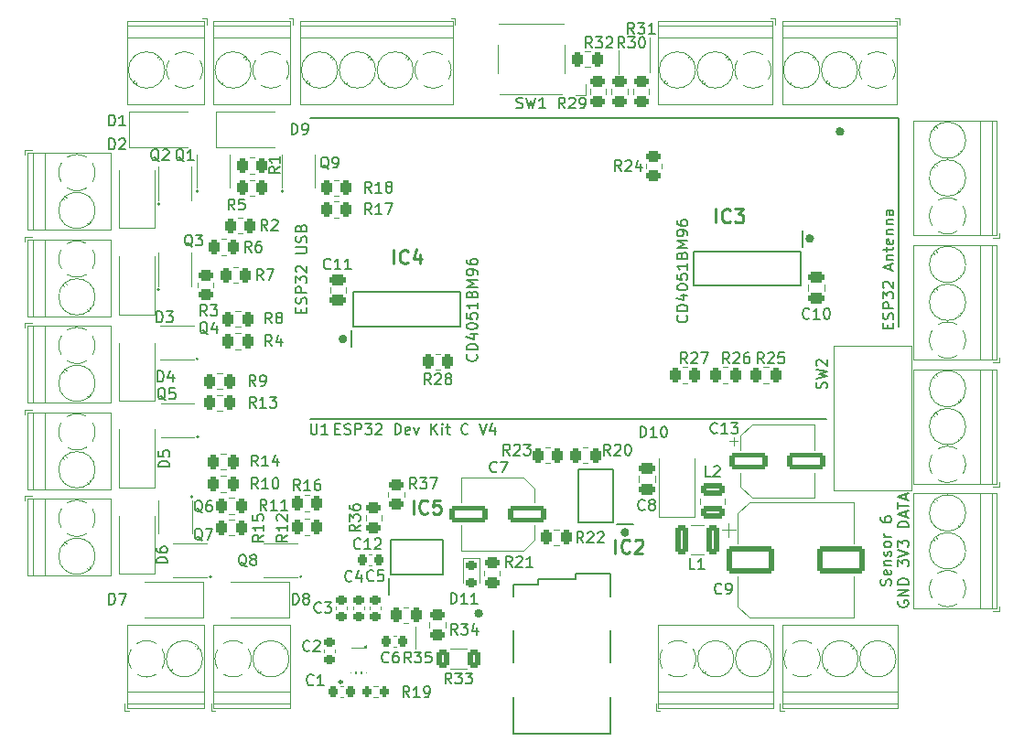
<source format=gto>
G04 #@! TF.GenerationSoftware,KiCad,Pcbnew,(6.0.2)*
G04 #@! TF.CreationDate,2023-09-26T16:39:09+02:00*
G04 #@! TF.ProjectId,PCB_Layout_MOSFET,5043425f-4c61-4796-9f75-745f4d4f5346,rev?*
G04 #@! TF.SameCoordinates,Original*
G04 #@! TF.FileFunction,Legend,Top*
G04 #@! TF.FilePolarity,Positive*
%FSLAX46Y46*%
G04 Gerber Fmt 4.6, Leading zero omitted, Abs format (unit mm)*
G04 Created by KiCad (PCBNEW (6.0.2)) date 2023-09-26 16:39:09*
%MOMM*%
%LPD*%
G01*
G04 APERTURE LIST*
G04 Aperture macros list*
%AMRoundRect*
0 Rectangle with rounded corners*
0 $1 Rounding radius*
0 $2 $3 $4 $5 $6 $7 $8 $9 X,Y pos of 4 corners*
0 Add a 4 corners polygon primitive as box body*
4,1,4,$2,$3,$4,$5,$6,$7,$8,$9,$2,$3,0*
0 Add four circle primitives for the rounded corners*
1,1,$1+$1,$2,$3*
1,1,$1+$1,$4,$5*
1,1,$1+$1,$6,$7*
1,1,$1+$1,$8,$9*
0 Add four rect primitives between the rounded corners*
20,1,$1+$1,$2,$3,$4,$5,0*
20,1,$1+$1,$4,$5,$6,$7,0*
20,1,$1+$1,$6,$7,$8,$9,0*
20,1,$1+$1,$8,$9,$2,$3,0*%
G04 Aperture macros list end*
%ADD10C,0.391228*%
%ADD11C,0.100000*%
%ADD12C,0.150000*%
%ADD13C,0.254000*%
%ADD14C,0.120000*%
%ADD15C,0.200000*%
%ADD16C,0.160000*%
%ADD17C,0.250000*%
%ADD18C,0.127000*%
%ADD19C,0.400000*%
%ADD20RoundRect,0.250000X-0.262500X-0.450000X0.262500X-0.450000X0.262500X0.450000X-0.262500X0.450000X0*%
%ADD21C,2.500000*%
%ADD22R,2.500000X1.800000*%
%ADD23R,2.400000X2.400000*%
%ADD24C,2.400000*%
%ADD25RoundRect,0.250000X-0.450000X0.262500X-0.450000X-0.262500X0.450000X-0.262500X0.450000X0.262500X0*%
%ADD26R,0.700000X1.550000*%
%ADD27C,4.300000*%
%ADD28RoundRect,0.250000X0.375000X1.075000X-0.375000X1.075000X-0.375000X-1.075000X0.375000X-1.075000X0*%
%ADD29RoundRect,0.225000X-0.225000X-0.250000X0.225000X-0.250000X0.225000X0.250000X-0.225000X0.250000X0*%
%ADD30R,0.400000X0.400000*%
%ADD31R,0.400000X0.300000*%
%ADD32R,2.650000X2.200000*%
%ADD33RoundRect,0.250000X-1.500000X-0.550000X1.500000X-0.550000X1.500000X0.550000X-1.500000X0.550000X0*%
%ADD34R,0.300000X0.400000*%
%ADD35R,2.200000X2.650000*%
%ADD36RoundRect,0.250000X-0.475000X0.250000X-0.475000X-0.250000X0.475000X-0.250000X0.475000X0.250000X0*%
%ADD37RoundRect,0.250000X-1.950000X-1.000000X1.950000X-1.000000X1.950000X1.000000X-1.950000X1.000000X0*%
%ADD38R,1.800000X2.500000*%
%ADD39R,0.300000X0.750000*%
%ADD40R,2.550000X1.850000*%
%ADD41RoundRect,0.250000X0.475000X-0.250000X0.475000X0.250000X-0.475000X0.250000X-0.475000X-0.250000X0*%
%ADD42R,1.560000X1.560000*%
%ADD43C,1.560000*%
%ADD44RoundRect,0.250000X-0.312500X-0.625000X0.312500X-0.625000X0.312500X0.625000X-0.312500X0.625000X0*%
%ADD45RoundRect,0.225000X0.250000X-0.225000X0.250000X0.225000X-0.250000X0.225000X-0.250000X-0.225000X0*%
%ADD46R,1.600000X1.400000*%
%ADD47C,1.800000*%
%ADD48C,1.700000*%
%ADD49R,2.400000X2.800000*%
%ADD50R,1.525000X0.650000*%
%ADD51RoundRect,0.250000X0.262500X0.450000X-0.262500X0.450000X-0.262500X-0.450000X0.262500X-0.450000X0*%
%ADD52RoundRect,0.250000X-0.850000X0.375000X-0.850000X-0.375000X0.850000X-0.375000X0.850000X0.375000X0*%
%ADD53RoundRect,0.218750X-0.256250X0.218750X-0.256250X-0.218750X0.256250X-0.218750X0.256250X0.218750X0*%
%ADD54RoundRect,0.250000X0.450000X-0.262500X0.450000X0.262500X-0.450000X0.262500X-0.450000X-0.262500X0*%
%ADD55RoundRect,0.200000X0.200000X0.275000X-0.200000X0.275000X-0.200000X-0.275000X0.200000X-0.275000X0*%
%ADD56RoundRect,0.225000X0.225000X0.250000X-0.225000X0.250000X-0.225000X-0.250000X0.225000X-0.250000X0*%
%ADD57RoundRect,0.250000X1.500000X0.550000X-1.500000X0.550000X-1.500000X-0.550000X1.500000X-0.550000X0*%
%ADD58R,0.650000X1.525000*%
%ADD59RoundRect,0.225000X-0.250000X0.225000X-0.250000X-0.225000X0.250000X-0.225000X0.250000X0.225000X0*%
G04 APERTURE END LIST*
D10*
X130995614Y-84100000D02*
G75*
G03*
X130995614Y-84100000I-195614J0D01*
G01*
X113895614Y-111300000D02*
G75*
G03*
X113895614Y-111300000I-195614J0D01*
G01*
D11*
X113100000Y-66700000D02*
X113100000Y-68900000D01*
D10*
X133795614Y-74200000D02*
G75*
G03*
X133795614Y-74200000I-195614J0D01*
G01*
X87795614Y-93400000D02*
G75*
G03*
X87795614Y-93400000I-195614J0D01*
G01*
D11*
X116000000Y-65500000D02*
X116000000Y-68700000D01*
X94350000Y-122050000D02*
X94350000Y-120050000D01*
D12*
X138028571Y-92426190D02*
X138028571Y-92092857D01*
X138552380Y-91950000D02*
X138552380Y-92426190D01*
X137552380Y-92426190D01*
X137552380Y-91950000D01*
X138504761Y-91569047D02*
X138552380Y-91426190D01*
X138552380Y-91188095D01*
X138504761Y-91092857D01*
X138457142Y-91045238D01*
X138361904Y-90997619D01*
X138266666Y-90997619D01*
X138171428Y-91045238D01*
X138123809Y-91092857D01*
X138076190Y-91188095D01*
X138028571Y-91378571D01*
X137980952Y-91473809D01*
X137933333Y-91521428D01*
X137838095Y-91569047D01*
X137742857Y-91569047D01*
X137647619Y-91521428D01*
X137600000Y-91473809D01*
X137552380Y-91378571D01*
X137552380Y-91140476D01*
X137600000Y-90997619D01*
X138552380Y-90569047D02*
X137552380Y-90569047D01*
X137552380Y-90188095D01*
X137600000Y-90092857D01*
X137647619Y-90045238D01*
X137742857Y-89997619D01*
X137885714Y-89997619D01*
X137980952Y-90045238D01*
X138028571Y-90092857D01*
X138076190Y-90188095D01*
X138076190Y-90569047D01*
X137552380Y-89664285D02*
X137552380Y-89045238D01*
X137933333Y-89378571D01*
X137933333Y-89235714D01*
X137980952Y-89140476D01*
X138028571Y-89092857D01*
X138123809Y-89045238D01*
X138361904Y-89045238D01*
X138457142Y-89092857D01*
X138504761Y-89140476D01*
X138552380Y-89235714D01*
X138552380Y-89521428D01*
X138504761Y-89616666D01*
X138457142Y-89664285D01*
X137647619Y-88664285D02*
X137600000Y-88616666D01*
X137552380Y-88521428D01*
X137552380Y-88283333D01*
X137600000Y-88188095D01*
X137647619Y-88140476D01*
X137742857Y-88092857D01*
X137838095Y-88092857D01*
X137980952Y-88140476D01*
X138552380Y-88711904D01*
X138552380Y-88092857D01*
X138266666Y-86950000D02*
X138266666Y-86473809D01*
X138552380Y-87045238D02*
X137552380Y-86711904D01*
X138552380Y-86378571D01*
X137885714Y-86045238D02*
X138552380Y-86045238D01*
X137980952Y-86045238D02*
X137933333Y-85997619D01*
X137885714Y-85902380D01*
X137885714Y-85759523D01*
X137933333Y-85664285D01*
X138028571Y-85616666D01*
X138552380Y-85616666D01*
X137885714Y-85283333D02*
X137885714Y-84902380D01*
X137552380Y-85140476D02*
X138409523Y-85140476D01*
X138504761Y-85092857D01*
X138552380Y-84997619D01*
X138552380Y-84902380D01*
X138504761Y-84188095D02*
X138552380Y-84283333D01*
X138552380Y-84473809D01*
X138504761Y-84569047D01*
X138409523Y-84616666D01*
X138028571Y-84616666D01*
X137933333Y-84569047D01*
X137885714Y-84473809D01*
X137885714Y-84283333D01*
X137933333Y-84188095D01*
X138028571Y-84140476D01*
X138123809Y-84140476D01*
X138219047Y-84616666D01*
X137885714Y-83711904D02*
X138552380Y-83711904D01*
X137980952Y-83711904D02*
X137933333Y-83664285D01*
X137885714Y-83569047D01*
X137885714Y-83426190D01*
X137933333Y-83330952D01*
X138028571Y-83283333D01*
X138552380Y-83283333D01*
X137885714Y-82807142D02*
X138552380Y-82807142D01*
X137980952Y-82807142D02*
X137933333Y-82759523D01*
X137885714Y-82664285D01*
X137885714Y-82521428D01*
X137933333Y-82426190D01*
X138028571Y-82378571D01*
X138552380Y-82378571D01*
X138552380Y-81473809D02*
X138028571Y-81473809D01*
X137933333Y-81521428D01*
X137885714Y-81616666D01*
X137885714Y-81807142D01*
X137933333Y-81902380D01*
X138504761Y-81473809D02*
X138552380Y-81569047D01*
X138552380Y-81807142D01*
X138504761Y-81902380D01*
X138409523Y-81950000D01*
X138314285Y-81950000D01*
X138219047Y-81902380D01*
X138171428Y-81807142D01*
X138171428Y-81569047D01*
X138123809Y-81473809D01*
X99957142Y-94819047D02*
X100004761Y-94866666D01*
X100052380Y-95009523D01*
X100052380Y-95104761D01*
X100004761Y-95247619D01*
X99909523Y-95342857D01*
X99814285Y-95390476D01*
X99623809Y-95438095D01*
X99480952Y-95438095D01*
X99290476Y-95390476D01*
X99195238Y-95342857D01*
X99100000Y-95247619D01*
X99052380Y-95104761D01*
X99052380Y-95009523D01*
X99100000Y-94866666D01*
X99147619Y-94819047D01*
X100052380Y-94390476D02*
X99052380Y-94390476D01*
X99052380Y-94152380D01*
X99100000Y-94009523D01*
X99195238Y-93914285D01*
X99290476Y-93866666D01*
X99480952Y-93819047D01*
X99623809Y-93819047D01*
X99814285Y-93866666D01*
X99909523Y-93914285D01*
X100004761Y-94009523D01*
X100052380Y-94152380D01*
X100052380Y-94390476D01*
X99385714Y-92961904D02*
X100052380Y-92961904D01*
X99004761Y-93200000D02*
X99719047Y-93438095D01*
X99719047Y-92819047D01*
X99052380Y-92247619D02*
X99052380Y-92152380D01*
X99100000Y-92057142D01*
X99147619Y-92009523D01*
X99242857Y-91961904D01*
X99433333Y-91914285D01*
X99671428Y-91914285D01*
X99861904Y-91961904D01*
X99957142Y-92009523D01*
X100004761Y-92057142D01*
X100052380Y-92152380D01*
X100052380Y-92247619D01*
X100004761Y-92342857D01*
X99957142Y-92390476D01*
X99861904Y-92438095D01*
X99671428Y-92485714D01*
X99433333Y-92485714D01*
X99242857Y-92438095D01*
X99147619Y-92390476D01*
X99100000Y-92342857D01*
X99052380Y-92247619D01*
X99052380Y-91009523D02*
X99052380Y-91485714D01*
X99528571Y-91533333D01*
X99480952Y-91485714D01*
X99433333Y-91390476D01*
X99433333Y-91152380D01*
X99480952Y-91057142D01*
X99528571Y-91009523D01*
X99623809Y-90961904D01*
X99861904Y-90961904D01*
X99957142Y-91009523D01*
X100004761Y-91057142D01*
X100052380Y-91152380D01*
X100052380Y-91390476D01*
X100004761Y-91485714D01*
X99957142Y-91533333D01*
X100052380Y-90009523D02*
X100052380Y-90580952D01*
X100052380Y-90295238D02*
X99052380Y-90295238D01*
X99195238Y-90390476D01*
X99290476Y-90485714D01*
X99338095Y-90580952D01*
X99528571Y-89247619D02*
X99576190Y-89104761D01*
X99623809Y-89057142D01*
X99719047Y-89009523D01*
X99861904Y-89009523D01*
X99957142Y-89057142D01*
X100004761Y-89104761D01*
X100052380Y-89200000D01*
X100052380Y-89580952D01*
X99052380Y-89580952D01*
X99052380Y-89247619D01*
X99100000Y-89152380D01*
X99147619Y-89104761D01*
X99242857Y-89057142D01*
X99338095Y-89057142D01*
X99433333Y-89104761D01*
X99480952Y-89152380D01*
X99528571Y-89247619D01*
X99528571Y-89580952D01*
X100052380Y-88580952D02*
X99052380Y-88580952D01*
X99766666Y-88247619D01*
X99052380Y-87914285D01*
X100052380Y-87914285D01*
X100052380Y-87390476D02*
X100052380Y-87200000D01*
X100004761Y-87104761D01*
X99957142Y-87057142D01*
X99814285Y-86961904D01*
X99623809Y-86914285D01*
X99242857Y-86914285D01*
X99147619Y-86961904D01*
X99100000Y-87009523D01*
X99052380Y-87104761D01*
X99052380Y-87295238D01*
X99100000Y-87390476D01*
X99147619Y-87438095D01*
X99242857Y-87485714D01*
X99480952Y-87485714D01*
X99576190Y-87438095D01*
X99623809Y-87390476D01*
X99671428Y-87295238D01*
X99671428Y-87104761D01*
X99623809Y-87009523D01*
X99576190Y-86961904D01*
X99480952Y-86914285D01*
X99052380Y-86057142D02*
X99052380Y-86247619D01*
X99100000Y-86342857D01*
X99147619Y-86390476D01*
X99290476Y-86485714D01*
X99480952Y-86533333D01*
X99861904Y-86533333D01*
X99957142Y-86485714D01*
X100004761Y-86438095D01*
X100052380Y-86342857D01*
X100052380Y-86152380D01*
X100004761Y-86057142D01*
X99957142Y-86009523D01*
X99861904Y-85961904D01*
X99623809Y-85961904D01*
X99528571Y-86009523D01*
X99480952Y-86057142D01*
X99433333Y-86152380D01*
X99433333Y-86342857D01*
X99480952Y-86438095D01*
X99528571Y-86485714D01*
X99623809Y-86533333D01*
X138299761Y-116190476D02*
X138347380Y-116047619D01*
X138347380Y-115809523D01*
X138299761Y-115714285D01*
X138252142Y-115666666D01*
X138156904Y-115619047D01*
X138061666Y-115619047D01*
X137966428Y-115666666D01*
X137918809Y-115714285D01*
X137871190Y-115809523D01*
X137823571Y-116000000D01*
X137775952Y-116095238D01*
X137728333Y-116142857D01*
X137633095Y-116190476D01*
X137537857Y-116190476D01*
X137442619Y-116142857D01*
X137395000Y-116095238D01*
X137347380Y-116000000D01*
X137347380Y-115761904D01*
X137395000Y-115619047D01*
X138299761Y-114809523D02*
X138347380Y-114904761D01*
X138347380Y-115095238D01*
X138299761Y-115190476D01*
X138204523Y-115238095D01*
X137823571Y-115238095D01*
X137728333Y-115190476D01*
X137680714Y-115095238D01*
X137680714Y-114904761D01*
X137728333Y-114809523D01*
X137823571Y-114761904D01*
X137918809Y-114761904D01*
X138014047Y-115238095D01*
X137680714Y-114333333D02*
X138347380Y-114333333D01*
X137775952Y-114333333D02*
X137728333Y-114285714D01*
X137680714Y-114190476D01*
X137680714Y-114047619D01*
X137728333Y-113952380D01*
X137823571Y-113904761D01*
X138347380Y-113904761D01*
X138299761Y-113476190D02*
X138347380Y-113380952D01*
X138347380Y-113190476D01*
X138299761Y-113095238D01*
X138204523Y-113047619D01*
X138156904Y-113047619D01*
X138061666Y-113095238D01*
X138014047Y-113190476D01*
X138014047Y-113333333D01*
X137966428Y-113428571D01*
X137871190Y-113476190D01*
X137823571Y-113476190D01*
X137728333Y-113428571D01*
X137680714Y-113333333D01*
X137680714Y-113190476D01*
X137728333Y-113095238D01*
X138347380Y-112476190D02*
X138299761Y-112571428D01*
X138252142Y-112619047D01*
X138156904Y-112666666D01*
X137871190Y-112666666D01*
X137775952Y-112619047D01*
X137728333Y-112571428D01*
X137680714Y-112476190D01*
X137680714Y-112333333D01*
X137728333Y-112238095D01*
X137775952Y-112190476D01*
X137871190Y-112142857D01*
X138156904Y-112142857D01*
X138252142Y-112190476D01*
X138299761Y-112238095D01*
X138347380Y-112333333D01*
X138347380Y-112476190D01*
X138347380Y-111714285D02*
X137680714Y-111714285D01*
X137871190Y-111714285D02*
X137775952Y-111666666D01*
X137728333Y-111619047D01*
X137680714Y-111523809D01*
X137680714Y-111428571D01*
X137347380Y-109904761D02*
X137347380Y-110095238D01*
X137395000Y-110190476D01*
X137442619Y-110238095D01*
X137585476Y-110333333D01*
X137775952Y-110380952D01*
X138156904Y-110380952D01*
X138252142Y-110333333D01*
X138299761Y-110285714D01*
X138347380Y-110190476D01*
X138347380Y-110000000D01*
X138299761Y-109904761D01*
X138252142Y-109857142D01*
X138156904Y-109809523D01*
X137918809Y-109809523D01*
X137823571Y-109857142D01*
X137775952Y-109904761D01*
X137728333Y-110000000D01*
X137728333Y-110190476D01*
X137775952Y-110285714D01*
X137823571Y-110333333D01*
X137918809Y-110380952D01*
X139005000Y-117642857D02*
X138957380Y-117738095D01*
X138957380Y-117880952D01*
X139005000Y-118023809D01*
X139100238Y-118119047D01*
X139195476Y-118166666D01*
X139385952Y-118214285D01*
X139528809Y-118214285D01*
X139719285Y-118166666D01*
X139814523Y-118119047D01*
X139909761Y-118023809D01*
X139957380Y-117880952D01*
X139957380Y-117785714D01*
X139909761Y-117642857D01*
X139862142Y-117595238D01*
X139528809Y-117595238D01*
X139528809Y-117785714D01*
X139957380Y-117166666D02*
X138957380Y-117166666D01*
X139957380Y-116595238D01*
X138957380Y-116595238D01*
X139957380Y-116119047D02*
X138957380Y-116119047D01*
X138957380Y-115880952D01*
X139005000Y-115738095D01*
X139100238Y-115642857D01*
X139195476Y-115595238D01*
X139385952Y-115547619D01*
X139528809Y-115547619D01*
X139719285Y-115595238D01*
X139814523Y-115642857D01*
X139909761Y-115738095D01*
X139957380Y-115880952D01*
X139957380Y-116119047D01*
X138957380Y-114452380D02*
X138957380Y-113833333D01*
X139338333Y-114166666D01*
X139338333Y-114023809D01*
X139385952Y-113928571D01*
X139433571Y-113880952D01*
X139528809Y-113833333D01*
X139766904Y-113833333D01*
X139862142Y-113880952D01*
X139909761Y-113928571D01*
X139957380Y-114023809D01*
X139957380Y-114309523D01*
X139909761Y-114404761D01*
X139862142Y-114452380D01*
X138957380Y-113547619D02*
X139957380Y-113214285D01*
X138957380Y-112880952D01*
X138957380Y-112642857D02*
X138957380Y-112023809D01*
X139338333Y-112357142D01*
X139338333Y-112214285D01*
X139385952Y-112119047D01*
X139433571Y-112071428D01*
X139528809Y-112023809D01*
X139766904Y-112023809D01*
X139862142Y-112071428D01*
X139909761Y-112119047D01*
X139957380Y-112214285D01*
X139957380Y-112500000D01*
X139909761Y-112595238D01*
X139862142Y-112642857D01*
X139957380Y-110833333D02*
X138957380Y-110833333D01*
X138957380Y-110595238D01*
X139005000Y-110452380D01*
X139100238Y-110357142D01*
X139195476Y-110309523D01*
X139385952Y-110261904D01*
X139528809Y-110261904D01*
X139719285Y-110309523D01*
X139814523Y-110357142D01*
X139909761Y-110452380D01*
X139957380Y-110595238D01*
X139957380Y-110833333D01*
X139671666Y-109880952D02*
X139671666Y-109404761D01*
X139957380Y-109976190D02*
X138957380Y-109642857D01*
X139957380Y-109309523D01*
X138957380Y-109119047D02*
X138957380Y-108547619D01*
X139957380Y-108833333D02*
X138957380Y-108833333D01*
X139671666Y-108261904D02*
X139671666Y-107785714D01*
X139957380Y-108357142D02*
X138957380Y-108023809D01*
X139957380Y-107690476D01*
X119407142Y-91219047D02*
X119454761Y-91266666D01*
X119502380Y-91409523D01*
X119502380Y-91504761D01*
X119454761Y-91647619D01*
X119359523Y-91742857D01*
X119264285Y-91790476D01*
X119073809Y-91838095D01*
X118930952Y-91838095D01*
X118740476Y-91790476D01*
X118645238Y-91742857D01*
X118550000Y-91647619D01*
X118502380Y-91504761D01*
X118502380Y-91409523D01*
X118550000Y-91266666D01*
X118597619Y-91219047D01*
X119502380Y-90790476D02*
X118502380Y-90790476D01*
X118502380Y-90552380D01*
X118550000Y-90409523D01*
X118645238Y-90314285D01*
X118740476Y-90266666D01*
X118930952Y-90219047D01*
X119073809Y-90219047D01*
X119264285Y-90266666D01*
X119359523Y-90314285D01*
X119454761Y-90409523D01*
X119502380Y-90552380D01*
X119502380Y-90790476D01*
X118835714Y-89361904D02*
X119502380Y-89361904D01*
X118454761Y-89600000D02*
X119169047Y-89838095D01*
X119169047Y-89219047D01*
X118502380Y-88647619D02*
X118502380Y-88552380D01*
X118550000Y-88457142D01*
X118597619Y-88409523D01*
X118692857Y-88361904D01*
X118883333Y-88314285D01*
X119121428Y-88314285D01*
X119311904Y-88361904D01*
X119407142Y-88409523D01*
X119454761Y-88457142D01*
X119502380Y-88552380D01*
X119502380Y-88647619D01*
X119454761Y-88742857D01*
X119407142Y-88790476D01*
X119311904Y-88838095D01*
X119121428Y-88885714D01*
X118883333Y-88885714D01*
X118692857Y-88838095D01*
X118597619Y-88790476D01*
X118550000Y-88742857D01*
X118502380Y-88647619D01*
X118502380Y-87409523D02*
X118502380Y-87885714D01*
X118978571Y-87933333D01*
X118930952Y-87885714D01*
X118883333Y-87790476D01*
X118883333Y-87552380D01*
X118930952Y-87457142D01*
X118978571Y-87409523D01*
X119073809Y-87361904D01*
X119311904Y-87361904D01*
X119407142Y-87409523D01*
X119454761Y-87457142D01*
X119502380Y-87552380D01*
X119502380Y-87790476D01*
X119454761Y-87885714D01*
X119407142Y-87933333D01*
X119502380Y-86409523D02*
X119502380Y-86980952D01*
X119502380Y-86695238D02*
X118502380Y-86695238D01*
X118645238Y-86790476D01*
X118740476Y-86885714D01*
X118788095Y-86980952D01*
X118978571Y-85647619D02*
X119026190Y-85504761D01*
X119073809Y-85457142D01*
X119169047Y-85409523D01*
X119311904Y-85409523D01*
X119407142Y-85457142D01*
X119454761Y-85504761D01*
X119502380Y-85600000D01*
X119502380Y-85980952D01*
X118502380Y-85980952D01*
X118502380Y-85647619D01*
X118550000Y-85552380D01*
X118597619Y-85504761D01*
X118692857Y-85457142D01*
X118788095Y-85457142D01*
X118883333Y-85504761D01*
X118930952Y-85552380D01*
X118978571Y-85647619D01*
X118978571Y-85980952D01*
X119502380Y-84980952D02*
X118502380Y-84980952D01*
X119216666Y-84647619D01*
X118502380Y-84314285D01*
X119502380Y-84314285D01*
X119502380Y-83790476D02*
X119502380Y-83600000D01*
X119454761Y-83504761D01*
X119407142Y-83457142D01*
X119264285Y-83361904D01*
X119073809Y-83314285D01*
X118692857Y-83314285D01*
X118597619Y-83361904D01*
X118550000Y-83409523D01*
X118502380Y-83504761D01*
X118502380Y-83695238D01*
X118550000Y-83790476D01*
X118597619Y-83838095D01*
X118692857Y-83885714D01*
X118930952Y-83885714D01*
X119026190Y-83838095D01*
X119073809Y-83790476D01*
X119121428Y-83695238D01*
X119121428Y-83504761D01*
X119073809Y-83409523D01*
X119026190Y-83361904D01*
X118930952Y-83314285D01*
X118502380Y-82457142D02*
X118502380Y-82647619D01*
X118550000Y-82742857D01*
X118597619Y-82790476D01*
X118740476Y-82885714D01*
X118930952Y-82933333D01*
X119311904Y-82933333D01*
X119407142Y-82885714D01*
X119454761Y-82838095D01*
X119502380Y-82742857D01*
X119502380Y-82552380D01*
X119454761Y-82457142D01*
X119407142Y-82409523D01*
X119311904Y-82361904D01*
X119073809Y-82361904D01*
X118978571Y-82409523D01*
X118930952Y-82457142D01*
X118883333Y-82552380D01*
X118883333Y-82742857D01*
X118930952Y-82838095D01*
X118978571Y-82885714D01*
X119073809Y-82933333D01*
X86895238Y-101703571D02*
X87228571Y-101703571D01*
X87371428Y-102227380D02*
X86895238Y-102227380D01*
X86895238Y-101227380D01*
X87371428Y-101227380D01*
X87752380Y-102179761D02*
X87895238Y-102227380D01*
X88133333Y-102227380D01*
X88228571Y-102179761D01*
X88276190Y-102132142D01*
X88323809Y-102036904D01*
X88323809Y-101941666D01*
X88276190Y-101846428D01*
X88228571Y-101798809D01*
X88133333Y-101751190D01*
X87942857Y-101703571D01*
X87847619Y-101655952D01*
X87800000Y-101608333D01*
X87752380Y-101513095D01*
X87752380Y-101417857D01*
X87800000Y-101322619D01*
X87847619Y-101275000D01*
X87942857Y-101227380D01*
X88180952Y-101227380D01*
X88323809Y-101275000D01*
X88752380Y-102227380D02*
X88752380Y-101227380D01*
X89133333Y-101227380D01*
X89228571Y-101275000D01*
X89276190Y-101322619D01*
X89323809Y-101417857D01*
X89323809Y-101560714D01*
X89276190Y-101655952D01*
X89228571Y-101703571D01*
X89133333Y-101751190D01*
X88752380Y-101751190D01*
X89657142Y-101227380D02*
X90276190Y-101227380D01*
X89942857Y-101608333D01*
X90085714Y-101608333D01*
X90180952Y-101655952D01*
X90228571Y-101703571D01*
X90276190Y-101798809D01*
X90276190Y-102036904D01*
X90228571Y-102132142D01*
X90180952Y-102179761D01*
X90085714Y-102227380D01*
X89800000Y-102227380D01*
X89704761Y-102179761D01*
X89657142Y-102132142D01*
X90657142Y-101322619D02*
X90704761Y-101275000D01*
X90800000Y-101227380D01*
X91038095Y-101227380D01*
X91133333Y-101275000D01*
X91180952Y-101322619D01*
X91228571Y-101417857D01*
X91228571Y-101513095D01*
X91180952Y-101655952D01*
X90609523Y-102227380D01*
X91228571Y-102227380D01*
X92419047Y-102227380D02*
X92419047Y-101227380D01*
X92657142Y-101227380D01*
X92800000Y-101275000D01*
X92895238Y-101370238D01*
X92942857Y-101465476D01*
X92990476Y-101655952D01*
X92990476Y-101798809D01*
X92942857Y-101989285D01*
X92895238Y-102084523D01*
X92800000Y-102179761D01*
X92657142Y-102227380D01*
X92419047Y-102227380D01*
X93800000Y-102179761D02*
X93704761Y-102227380D01*
X93514285Y-102227380D01*
X93419047Y-102179761D01*
X93371428Y-102084523D01*
X93371428Y-101703571D01*
X93419047Y-101608333D01*
X93514285Y-101560714D01*
X93704761Y-101560714D01*
X93800000Y-101608333D01*
X93847619Y-101703571D01*
X93847619Y-101798809D01*
X93371428Y-101894047D01*
X94180952Y-101560714D02*
X94419047Y-102227380D01*
X94657142Y-101560714D01*
X95800000Y-102227380D02*
X95800000Y-101227380D01*
X96371428Y-102227380D02*
X95942857Y-101655952D01*
X96371428Y-101227380D02*
X95800000Y-101798809D01*
X96800000Y-102227380D02*
X96800000Y-101560714D01*
X96800000Y-101227380D02*
X96752380Y-101275000D01*
X96800000Y-101322619D01*
X96847619Y-101275000D01*
X96800000Y-101227380D01*
X96800000Y-101322619D01*
X97133333Y-101560714D02*
X97514285Y-101560714D01*
X97276190Y-101227380D02*
X97276190Y-102084523D01*
X97323809Y-102179761D01*
X97419047Y-102227380D01*
X97514285Y-102227380D01*
X99180952Y-102132142D02*
X99133333Y-102179761D01*
X98990476Y-102227380D01*
X98895238Y-102227380D01*
X98752380Y-102179761D01*
X98657142Y-102084523D01*
X98609523Y-101989285D01*
X98561904Y-101798809D01*
X98561904Y-101655952D01*
X98609523Y-101465476D01*
X98657142Y-101370238D01*
X98752380Y-101275000D01*
X98895238Y-101227380D01*
X98990476Y-101227380D01*
X99133333Y-101275000D01*
X99180952Y-101322619D01*
X100228571Y-101227380D02*
X100561904Y-102227380D01*
X100895238Y-101227380D01*
X101657142Y-101560714D02*
X101657142Y-102227380D01*
X101419047Y-101179761D02*
X101180952Y-101894047D01*
X101799999Y-101894047D01*
X83728571Y-90973809D02*
X83728571Y-90640476D01*
X84252380Y-90497619D02*
X84252380Y-90973809D01*
X83252380Y-90973809D01*
X83252380Y-90497619D01*
X84204761Y-90116666D02*
X84252380Y-89973809D01*
X84252380Y-89735714D01*
X84204761Y-89640476D01*
X84157142Y-89592857D01*
X84061904Y-89545238D01*
X83966666Y-89545238D01*
X83871428Y-89592857D01*
X83823809Y-89640476D01*
X83776190Y-89735714D01*
X83728571Y-89926190D01*
X83680952Y-90021428D01*
X83633333Y-90069047D01*
X83538095Y-90116666D01*
X83442857Y-90116666D01*
X83347619Y-90069047D01*
X83300000Y-90021428D01*
X83252380Y-89926190D01*
X83252380Y-89688095D01*
X83300000Y-89545238D01*
X84252380Y-89116666D02*
X83252380Y-89116666D01*
X83252380Y-88735714D01*
X83300000Y-88640476D01*
X83347619Y-88592857D01*
X83442857Y-88545238D01*
X83585714Y-88545238D01*
X83680952Y-88592857D01*
X83728571Y-88640476D01*
X83776190Y-88735714D01*
X83776190Y-89116666D01*
X83252380Y-88211904D02*
X83252380Y-87592857D01*
X83633333Y-87926190D01*
X83633333Y-87783333D01*
X83680952Y-87688095D01*
X83728571Y-87640476D01*
X83823809Y-87592857D01*
X84061904Y-87592857D01*
X84157142Y-87640476D01*
X84204761Y-87688095D01*
X84252380Y-87783333D01*
X84252380Y-88069047D01*
X84204761Y-88164285D01*
X84157142Y-88211904D01*
X83347619Y-87211904D02*
X83300000Y-87164285D01*
X83252380Y-87069047D01*
X83252380Y-86830952D01*
X83300000Y-86735714D01*
X83347619Y-86688095D01*
X83442857Y-86640476D01*
X83538095Y-86640476D01*
X83680952Y-86688095D01*
X84252380Y-87259523D01*
X84252380Y-86640476D01*
X83252380Y-85450000D02*
X84061904Y-85450000D01*
X84157142Y-85402380D01*
X84204761Y-85354761D01*
X84252380Y-85259523D01*
X84252380Y-85069047D01*
X84204761Y-84973809D01*
X84157142Y-84926190D01*
X84061904Y-84878571D01*
X83252380Y-84878571D01*
X84204761Y-84450000D02*
X84252380Y-84307142D01*
X84252380Y-84069047D01*
X84204761Y-83973809D01*
X84157142Y-83926190D01*
X84061904Y-83878571D01*
X83966666Y-83878571D01*
X83871428Y-83926190D01*
X83823809Y-83973809D01*
X83776190Y-84069047D01*
X83728571Y-84259523D01*
X83680952Y-84354761D01*
X83633333Y-84402380D01*
X83538095Y-84450000D01*
X83442857Y-84450000D01*
X83347619Y-84402380D01*
X83300000Y-84354761D01*
X83252380Y-84259523D01*
X83252380Y-84021428D01*
X83300000Y-83878571D01*
X83728571Y-83116666D02*
X83776190Y-82973809D01*
X83823809Y-82926190D01*
X83919047Y-82878571D01*
X84061904Y-82878571D01*
X84157142Y-82926190D01*
X84204761Y-82973809D01*
X84252380Y-83069047D01*
X84252380Y-83450000D01*
X83252380Y-83450000D01*
X83252380Y-83116666D01*
X83300000Y-83021428D01*
X83347619Y-82973809D01*
X83442857Y-82926190D01*
X83538095Y-82926190D01*
X83633333Y-82973809D01*
X83680952Y-83021428D01*
X83728571Y-83116666D01*
X83728571Y-83450000D01*
X79533333Y-97752380D02*
X79200000Y-97276190D01*
X78961904Y-97752380D02*
X78961904Y-96752380D01*
X79342857Y-96752380D01*
X79438095Y-96800000D01*
X79485714Y-96847619D01*
X79533333Y-96942857D01*
X79533333Y-97085714D01*
X79485714Y-97180952D01*
X79438095Y-97228571D01*
X79342857Y-97276190D01*
X78961904Y-97276190D01*
X80009523Y-97752380D02*
X80200000Y-97752380D01*
X80295238Y-97704761D01*
X80342857Y-97657142D01*
X80438095Y-97514285D01*
X80485714Y-97323809D01*
X80485714Y-96942857D01*
X80438095Y-96847619D01*
X80390476Y-96800000D01*
X80295238Y-96752380D01*
X80104761Y-96752380D01*
X80009523Y-96800000D01*
X79961904Y-96847619D01*
X79914285Y-96942857D01*
X79914285Y-97180952D01*
X79961904Y-97276190D01*
X80009523Y-97323809D01*
X80104761Y-97371428D01*
X80295238Y-97371428D01*
X80390476Y-97323809D01*
X80438095Y-97276190D01*
X80485714Y-97180952D01*
X132344761Y-97963333D02*
X132392380Y-97820476D01*
X132392380Y-97582380D01*
X132344761Y-97487142D01*
X132297142Y-97439523D01*
X132201904Y-97391904D01*
X132106666Y-97391904D01*
X132011428Y-97439523D01*
X131963809Y-97487142D01*
X131916190Y-97582380D01*
X131868571Y-97772857D01*
X131820952Y-97868095D01*
X131773333Y-97915714D01*
X131678095Y-97963333D01*
X131582857Y-97963333D01*
X131487619Y-97915714D01*
X131440000Y-97868095D01*
X131392380Y-97772857D01*
X131392380Y-97534761D01*
X131440000Y-97391904D01*
X131392380Y-97058571D02*
X132392380Y-96820476D01*
X131678095Y-96630000D01*
X132392380Y-96439523D01*
X131392380Y-96201428D01*
X131487619Y-95868095D02*
X131440000Y-95820476D01*
X131392380Y-95725238D01*
X131392380Y-95487142D01*
X131440000Y-95391904D01*
X131487619Y-95344285D01*
X131582857Y-95296666D01*
X131678095Y-95296666D01*
X131820952Y-95344285D01*
X132392380Y-95915714D01*
X132392380Y-95296666D01*
X82961904Y-117952380D02*
X82961904Y-116952380D01*
X83200000Y-116952380D01*
X83342857Y-117000000D01*
X83438095Y-117095238D01*
X83485714Y-117190476D01*
X83533333Y-117380952D01*
X83533333Y-117523809D01*
X83485714Y-117714285D01*
X83438095Y-117809523D01*
X83342857Y-117904761D01*
X83200000Y-117952380D01*
X82961904Y-117952380D01*
X84104761Y-117380952D02*
X84009523Y-117333333D01*
X83961904Y-117285714D01*
X83914285Y-117190476D01*
X83914285Y-117142857D01*
X83961904Y-117047619D01*
X84009523Y-117000000D01*
X84104761Y-116952380D01*
X84295238Y-116952380D01*
X84390476Y-117000000D01*
X84438095Y-117047619D01*
X84485714Y-117142857D01*
X84485714Y-117190476D01*
X84438095Y-117285714D01*
X84390476Y-117333333D01*
X84295238Y-117380952D01*
X84104761Y-117380952D01*
X84009523Y-117428571D01*
X83961904Y-117476190D01*
X83914285Y-117571428D01*
X83914285Y-117761904D01*
X83961904Y-117857142D01*
X84009523Y-117904761D01*
X84104761Y-117952380D01*
X84295238Y-117952380D01*
X84390476Y-117904761D01*
X84438095Y-117857142D01*
X84485714Y-117761904D01*
X84485714Y-117571428D01*
X84438095Y-117476190D01*
X84390476Y-117428571D01*
X84295238Y-117380952D01*
X80557142Y-109252380D02*
X80223809Y-108776190D01*
X79985714Y-109252380D02*
X79985714Y-108252380D01*
X80366666Y-108252380D01*
X80461904Y-108300000D01*
X80509523Y-108347619D01*
X80557142Y-108442857D01*
X80557142Y-108585714D01*
X80509523Y-108680952D01*
X80461904Y-108728571D01*
X80366666Y-108776190D01*
X79985714Y-108776190D01*
X81509523Y-109252380D02*
X80938095Y-109252380D01*
X81223809Y-109252380D02*
X81223809Y-108252380D01*
X81128571Y-108395238D01*
X81033333Y-108490476D01*
X80938095Y-108538095D01*
X82461904Y-109252380D02*
X81890476Y-109252380D01*
X82176190Y-109252380D02*
X82176190Y-108252380D01*
X82080952Y-108395238D01*
X81985714Y-108490476D01*
X81890476Y-108538095D01*
X77583333Y-81452380D02*
X77250000Y-80976190D01*
X77011904Y-81452380D02*
X77011904Y-80452380D01*
X77392857Y-80452380D01*
X77488095Y-80500000D01*
X77535714Y-80547619D01*
X77583333Y-80642857D01*
X77583333Y-80785714D01*
X77535714Y-80880952D01*
X77488095Y-80928571D01*
X77392857Y-80976190D01*
X77011904Y-80976190D01*
X78488095Y-80452380D02*
X78011904Y-80452380D01*
X77964285Y-80928571D01*
X78011904Y-80880952D01*
X78107142Y-80833333D01*
X78345238Y-80833333D01*
X78440476Y-80880952D01*
X78488095Y-80928571D01*
X78535714Y-81023809D01*
X78535714Y-81261904D01*
X78488095Y-81357142D01*
X78440476Y-81404761D01*
X78345238Y-81452380D01*
X78107142Y-81452380D01*
X78011904Y-81404761D01*
X77964285Y-81357142D01*
X109857142Y-112252380D02*
X109523809Y-111776190D01*
X109285714Y-112252380D02*
X109285714Y-111252380D01*
X109666666Y-111252380D01*
X109761904Y-111300000D01*
X109809523Y-111347619D01*
X109857142Y-111442857D01*
X109857142Y-111585714D01*
X109809523Y-111680952D01*
X109761904Y-111728571D01*
X109666666Y-111776190D01*
X109285714Y-111776190D01*
X110238095Y-111347619D02*
X110285714Y-111300000D01*
X110380952Y-111252380D01*
X110619047Y-111252380D01*
X110714285Y-111300000D01*
X110761904Y-111347619D01*
X110809523Y-111442857D01*
X110809523Y-111538095D01*
X110761904Y-111680952D01*
X110190476Y-112252380D01*
X110809523Y-112252380D01*
X111190476Y-111347619D02*
X111238095Y-111300000D01*
X111333333Y-111252380D01*
X111571428Y-111252380D01*
X111666666Y-111300000D01*
X111714285Y-111347619D01*
X111761904Y-111442857D01*
X111761904Y-111538095D01*
X111714285Y-111680952D01*
X111142857Y-112252380D01*
X111761904Y-112252380D01*
X119457142Y-95652380D02*
X119123809Y-95176190D01*
X118885714Y-95652380D02*
X118885714Y-94652380D01*
X119266666Y-94652380D01*
X119361904Y-94700000D01*
X119409523Y-94747619D01*
X119457142Y-94842857D01*
X119457142Y-94985714D01*
X119409523Y-95080952D01*
X119361904Y-95128571D01*
X119266666Y-95176190D01*
X118885714Y-95176190D01*
X119838095Y-94747619D02*
X119885714Y-94700000D01*
X119980952Y-94652380D01*
X120219047Y-94652380D01*
X120314285Y-94700000D01*
X120361904Y-94747619D01*
X120409523Y-94842857D01*
X120409523Y-94938095D01*
X120361904Y-95080952D01*
X119790476Y-95652380D01*
X120409523Y-95652380D01*
X120742857Y-94652380D02*
X121409523Y-94652380D01*
X120980952Y-95652380D01*
X81033333Y-91952380D02*
X80700000Y-91476190D01*
X80461904Y-91952380D02*
X80461904Y-90952380D01*
X80842857Y-90952380D01*
X80938095Y-91000000D01*
X80985714Y-91047619D01*
X81033333Y-91142857D01*
X81033333Y-91285714D01*
X80985714Y-91380952D01*
X80938095Y-91428571D01*
X80842857Y-91476190D01*
X80461904Y-91476190D01*
X81604761Y-91380952D02*
X81509523Y-91333333D01*
X81461904Y-91285714D01*
X81414285Y-91190476D01*
X81414285Y-91142857D01*
X81461904Y-91047619D01*
X81509523Y-91000000D01*
X81604761Y-90952380D01*
X81795238Y-90952380D01*
X81890476Y-91000000D01*
X81938095Y-91047619D01*
X81985714Y-91142857D01*
X81985714Y-91190476D01*
X81938095Y-91285714D01*
X81890476Y-91333333D01*
X81795238Y-91380952D01*
X81604761Y-91380952D01*
X81509523Y-91428571D01*
X81461904Y-91476190D01*
X81414285Y-91571428D01*
X81414285Y-91761904D01*
X81461904Y-91857142D01*
X81509523Y-91904761D01*
X81604761Y-91952380D01*
X81795238Y-91952380D01*
X81890476Y-91904761D01*
X81938095Y-91857142D01*
X81985714Y-91761904D01*
X81985714Y-91571428D01*
X81938095Y-91476190D01*
X81890476Y-91428571D01*
X81795238Y-91380952D01*
X75033333Y-91252380D02*
X74700000Y-90776190D01*
X74461904Y-91252380D02*
X74461904Y-90252380D01*
X74842857Y-90252380D01*
X74938095Y-90300000D01*
X74985714Y-90347619D01*
X75033333Y-90442857D01*
X75033333Y-90585714D01*
X74985714Y-90680952D01*
X74938095Y-90728571D01*
X74842857Y-90776190D01*
X74461904Y-90776190D01*
X75366666Y-90252380D02*
X75985714Y-90252380D01*
X75652380Y-90633333D01*
X75795238Y-90633333D01*
X75890476Y-90680952D01*
X75938095Y-90728571D01*
X75985714Y-90823809D01*
X75985714Y-91061904D01*
X75938095Y-91157142D01*
X75890476Y-91204761D01*
X75795238Y-91252380D01*
X75509523Y-91252380D01*
X75414285Y-91204761D01*
X75366666Y-91157142D01*
D13*
X92310238Y-86424523D02*
X92310238Y-85154523D01*
X93640714Y-86303571D02*
X93580238Y-86364047D01*
X93398809Y-86424523D01*
X93277857Y-86424523D01*
X93096428Y-86364047D01*
X92975476Y-86243095D01*
X92915000Y-86122142D01*
X92854523Y-85880238D01*
X92854523Y-85698809D01*
X92915000Y-85456904D01*
X92975476Y-85335952D01*
X93096428Y-85215000D01*
X93277857Y-85154523D01*
X93398809Y-85154523D01*
X93580238Y-85215000D01*
X93640714Y-85275476D01*
X94729285Y-85577857D02*
X94729285Y-86424523D01*
X94426904Y-85094047D02*
X94124523Y-86001190D01*
X94910714Y-86001190D01*
D12*
X120183333Y-114702380D02*
X119707142Y-114702380D01*
X119707142Y-113702380D01*
X121040476Y-114702380D02*
X120469047Y-114702380D01*
X120754761Y-114702380D02*
X120754761Y-113702380D01*
X120659523Y-113845238D01*
X120564285Y-113940476D01*
X120469047Y-113988095D01*
X89232142Y-112757142D02*
X89184523Y-112804761D01*
X89041666Y-112852380D01*
X88946428Y-112852380D01*
X88803571Y-112804761D01*
X88708333Y-112709523D01*
X88660714Y-112614285D01*
X88613095Y-112423809D01*
X88613095Y-112280952D01*
X88660714Y-112090476D01*
X88708333Y-111995238D01*
X88803571Y-111900000D01*
X88946428Y-111852380D01*
X89041666Y-111852380D01*
X89184523Y-111900000D01*
X89232142Y-111947619D01*
X90184523Y-112852380D02*
X89613095Y-112852380D01*
X89898809Y-112852380D02*
X89898809Y-111852380D01*
X89803571Y-111995238D01*
X89708333Y-112090476D01*
X89613095Y-112138095D01*
X90565476Y-111947619D02*
X90613095Y-111900000D01*
X90708333Y-111852380D01*
X90946428Y-111852380D01*
X91041666Y-111900000D01*
X91089285Y-111947619D01*
X91136904Y-112042857D01*
X91136904Y-112138095D01*
X91089285Y-112280952D01*
X90517857Y-112852380D01*
X91136904Y-112852380D01*
X72904761Y-76947619D02*
X72809523Y-76900000D01*
X72714285Y-76804761D01*
X72571428Y-76661904D01*
X72476190Y-76614285D01*
X72380952Y-76614285D01*
X72428571Y-76852380D02*
X72333333Y-76804761D01*
X72238095Y-76709523D01*
X72190476Y-76519047D01*
X72190476Y-76185714D01*
X72238095Y-75995238D01*
X72333333Y-75900000D01*
X72428571Y-75852380D01*
X72619047Y-75852380D01*
X72714285Y-75900000D01*
X72809523Y-75995238D01*
X72857142Y-76185714D01*
X72857142Y-76519047D01*
X72809523Y-76709523D01*
X72714285Y-76804761D01*
X72619047Y-76852380D01*
X72428571Y-76852380D01*
X73809523Y-76852380D02*
X73238095Y-76852380D01*
X73523809Y-76852380D02*
X73523809Y-75852380D01*
X73428571Y-75995238D01*
X73333333Y-76090476D01*
X73238095Y-76138095D01*
X114557142Y-65152380D02*
X114223809Y-64676190D01*
X113985714Y-65152380D02*
X113985714Y-64152380D01*
X114366666Y-64152380D01*
X114461904Y-64200000D01*
X114509523Y-64247619D01*
X114557142Y-64342857D01*
X114557142Y-64485714D01*
X114509523Y-64580952D01*
X114461904Y-64628571D01*
X114366666Y-64676190D01*
X113985714Y-64676190D01*
X114890476Y-64152380D02*
X115509523Y-64152380D01*
X115176190Y-64533333D01*
X115319047Y-64533333D01*
X115414285Y-64580952D01*
X115461904Y-64628571D01*
X115509523Y-64723809D01*
X115509523Y-64961904D01*
X115461904Y-65057142D01*
X115414285Y-65104761D01*
X115319047Y-65152380D01*
X115033333Y-65152380D01*
X114938095Y-65104761D01*
X114890476Y-65057142D01*
X116461904Y-65152380D02*
X115890476Y-65152380D01*
X116176190Y-65152380D02*
X116176190Y-64152380D01*
X116080952Y-64295238D01*
X115985714Y-64390476D01*
X115890476Y-64438095D01*
X122237142Y-102057142D02*
X122189523Y-102104761D01*
X122046666Y-102152380D01*
X121951428Y-102152380D01*
X121808571Y-102104761D01*
X121713333Y-102009523D01*
X121665714Y-101914285D01*
X121618095Y-101723809D01*
X121618095Y-101580952D01*
X121665714Y-101390476D01*
X121713333Y-101295238D01*
X121808571Y-101200000D01*
X121951428Y-101152380D01*
X122046666Y-101152380D01*
X122189523Y-101200000D01*
X122237142Y-101247619D01*
X123189523Y-102152380D02*
X122618095Y-102152380D01*
X122903809Y-102152380D02*
X122903809Y-101152380D01*
X122808571Y-101295238D01*
X122713333Y-101390476D01*
X122618095Y-101438095D01*
X123522857Y-101152380D02*
X124141904Y-101152380D01*
X123808571Y-101533333D01*
X123951428Y-101533333D01*
X124046666Y-101580952D01*
X124094285Y-101628571D01*
X124141904Y-101723809D01*
X124141904Y-101961904D01*
X124094285Y-102057142D01*
X124046666Y-102104761D01*
X123951428Y-102152380D01*
X123665714Y-102152380D01*
X123570476Y-102104761D01*
X123522857Y-102057142D01*
X74604761Y-112047619D02*
X74509523Y-112000000D01*
X74414285Y-111904761D01*
X74271428Y-111761904D01*
X74176190Y-111714285D01*
X74080952Y-111714285D01*
X74128571Y-111952380D02*
X74033333Y-111904761D01*
X73938095Y-111809523D01*
X73890476Y-111619047D01*
X73890476Y-111285714D01*
X73938095Y-111095238D01*
X74033333Y-111000000D01*
X74128571Y-110952380D01*
X74319047Y-110952380D01*
X74414285Y-111000000D01*
X74509523Y-111095238D01*
X74557142Y-111285714D01*
X74557142Y-111619047D01*
X74509523Y-111809523D01*
X74414285Y-111904761D01*
X74319047Y-111952380D01*
X74128571Y-111952380D01*
X74890476Y-110952380D02*
X75557142Y-110952380D01*
X75128571Y-111952380D01*
X86457142Y-86857142D02*
X86409523Y-86904761D01*
X86266666Y-86952380D01*
X86171428Y-86952380D01*
X86028571Y-86904761D01*
X85933333Y-86809523D01*
X85885714Y-86714285D01*
X85838095Y-86523809D01*
X85838095Y-86380952D01*
X85885714Y-86190476D01*
X85933333Y-86095238D01*
X86028571Y-86000000D01*
X86171428Y-85952380D01*
X86266666Y-85952380D01*
X86409523Y-86000000D01*
X86457142Y-86047619D01*
X87409523Y-86952380D02*
X86838095Y-86952380D01*
X87123809Y-86952380D02*
X87123809Y-85952380D01*
X87028571Y-86095238D01*
X86933333Y-86190476D01*
X86838095Y-86238095D01*
X88361904Y-86952380D02*
X87790476Y-86952380D01*
X88076190Y-86952380D02*
X88076190Y-85952380D01*
X87980952Y-86095238D01*
X87885714Y-86190476D01*
X87790476Y-86238095D01*
X122633333Y-116907142D02*
X122585714Y-116954761D01*
X122442857Y-117002380D01*
X122347619Y-117002380D01*
X122204761Y-116954761D01*
X122109523Y-116859523D01*
X122061904Y-116764285D01*
X122014285Y-116573809D01*
X122014285Y-116430952D01*
X122061904Y-116240476D01*
X122109523Y-116145238D01*
X122204761Y-116050000D01*
X122347619Y-116002380D01*
X122442857Y-116002380D01*
X122585714Y-116050000D01*
X122633333Y-116097619D01*
X123109523Y-117002380D02*
X123300000Y-117002380D01*
X123395238Y-116954761D01*
X123442857Y-116907142D01*
X123538095Y-116764285D01*
X123585714Y-116573809D01*
X123585714Y-116192857D01*
X123538095Y-116097619D01*
X123490476Y-116050000D01*
X123395238Y-116002380D01*
X123204761Y-116002380D01*
X123109523Y-116050000D01*
X123061904Y-116097619D01*
X123014285Y-116192857D01*
X123014285Y-116430952D01*
X123061904Y-116526190D01*
X123109523Y-116573809D01*
X123204761Y-116621428D01*
X123395238Y-116621428D01*
X123490476Y-116573809D01*
X123538095Y-116526190D01*
X123585714Y-116430952D01*
X115115714Y-102482380D02*
X115115714Y-101482380D01*
X115353809Y-101482380D01*
X115496666Y-101530000D01*
X115591904Y-101625238D01*
X115639523Y-101720476D01*
X115687142Y-101910952D01*
X115687142Y-102053809D01*
X115639523Y-102244285D01*
X115591904Y-102339523D01*
X115496666Y-102434761D01*
X115353809Y-102482380D01*
X115115714Y-102482380D01*
X116639523Y-102482380D02*
X116068095Y-102482380D01*
X116353809Y-102482380D02*
X116353809Y-101482380D01*
X116258571Y-101625238D01*
X116163333Y-101720476D01*
X116068095Y-101768095D01*
X117258571Y-101482380D02*
X117353809Y-101482380D01*
X117449047Y-101530000D01*
X117496666Y-101577619D01*
X117544285Y-101672857D01*
X117591904Y-101863333D01*
X117591904Y-102101428D01*
X117544285Y-102291904D01*
X117496666Y-102387142D01*
X117449047Y-102434761D01*
X117353809Y-102482380D01*
X117258571Y-102482380D01*
X117163333Y-102434761D01*
X117115714Y-102387142D01*
X117068095Y-102291904D01*
X117020476Y-102101428D01*
X117020476Y-101863333D01*
X117068095Y-101672857D01*
X117115714Y-101577619D01*
X117163333Y-101530000D01*
X117258571Y-101482380D01*
X80233333Y-87952380D02*
X79900000Y-87476190D01*
X79661904Y-87952380D02*
X79661904Y-86952380D01*
X80042857Y-86952380D01*
X80138095Y-87000000D01*
X80185714Y-87047619D01*
X80233333Y-87142857D01*
X80233333Y-87285714D01*
X80185714Y-87380952D01*
X80138095Y-87428571D01*
X80042857Y-87476190D01*
X79661904Y-87476190D01*
X80566666Y-86952380D02*
X81233333Y-86952380D01*
X80804761Y-87952380D01*
D13*
X89624523Y-124239761D02*
X88354523Y-124239761D01*
X89503571Y-122909285D02*
X89564047Y-122969761D01*
X89624523Y-123151190D01*
X89624523Y-123272142D01*
X89564047Y-123453571D01*
X89443095Y-123574523D01*
X89322142Y-123635000D01*
X89080238Y-123695476D01*
X88898809Y-123695476D01*
X88656904Y-123635000D01*
X88535952Y-123574523D01*
X88415000Y-123453571D01*
X88354523Y-123272142D01*
X88354523Y-123151190D01*
X88415000Y-122969761D01*
X88475476Y-122909285D01*
X89624523Y-121699761D02*
X89624523Y-122425476D01*
X89624523Y-122062619D02*
X88354523Y-122062619D01*
X88535952Y-122183571D01*
X88656904Y-122304523D01*
X88717380Y-122425476D01*
D12*
X70361904Y-91852380D02*
X70361904Y-90852380D01*
X70600000Y-90852380D01*
X70742857Y-90900000D01*
X70838095Y-90995238D01*
X70885714Y-91090476D01*
X70933333Y-91280952D01*
X70933333Y-91423809D01*
X70885714Y-91614285D01*
X70838095Y-91709523D01*
X70742857Y-91804761D01*
X70600000Y-91852380D01*
X70361904Y-91852380D01*
X71266666Y-90852380D02*
X71885714Y-90852380D01*
X71552380Y-91233333D01*
X71695238Y-91233333D01*
X71790476Y-91280952D01*
X71838095Y-91328571D01*
X71885714Y-91423809D01*
X71885714Y-91661904D01*
X71838095Y-91757142D01*
X71790476Y-91804761D01*
X71695238Y-91852380D01*
X71409523Y-91852380D01*
X71314285Y-91804761D01*
X71266666Y-91757142D01*
X103057142Y-104152380D02*
X102723809Y-103676190D01*
X102485714Y-104152380D02*
X102485714Y-103152380D01*
X102866666Y-103152380D01*
X102961904Y-103200000D01*
X103009523Y-103247619D01*
X103057142Y-103342857D01*
X103057142Y-103485714D01*
X103009523Y-103580952D01*
X102961904Y-103628571D01*
X102866666Y-103676190D01*
X102485714Y-103676190D01*
X103438095Y-103247619D02*
X103485714Y-103200000D01*
X103580952Y-103152380D01*
X103819047Y-103152380D01*
X103914285Y-103200000D01*
X103961904Y-103247619D01*
X104009523Y-103342857D01*
X104009523Y-103438095D01*
X103961904Y-103580952D01*
X103390476Y-104152380D01*
X104009523Y-104152380D01*
X104342857Y-103152380D02*
X104961904Y-103152380D01*
X104628571Y-103533333D01*
X104771428Y-103533333D01*
X104866666Y-103580952D01*
X104914285Y-103628571D01*
X104961904Y-103723809D01*
X104961904Y-103961904D01*
X104914285Y-104057142D01*
X104866666Y-104104761D01*
X104771428Y-104152380D01*
X104485714Y-104152380D01*
X104390476Y-104104761D01*
X104342857Y-104057142D01*
X79757142Y-107252380D02*
X79423809Y-106776190D01*
X79185714Y-107252380D02*
X79185714Y-106252380D01*
X79566666Y-106252380D01*
X79661904Y-106300000D01*
X79709523Y-106347619D01*
X79757142Y-106442857D01*
X79757142Y-106585714D01*
X79709523Y-106680952D01*
X79661904Y-106728571D01*
X79566666Y-106776190D01*
X79185714Y-106776190D01*
X80709523Y-107252380D02*
X80138095Y-107252380D01*
X80423809Y-107252380D02*
X80423809Y-106252380D01*
X80328571Y-106395238D01*
X80233333Y-106490476D01*
X80138095Y-106538095D01*
X81328571Y-106252380D02*
X81423809Y-106252380D01*
X81519047Y-106300000D01*
X81566666Y-106347619D01*
X81614285Y-106442857D01*
X81661904Y-106633333D01*
X81661904Y-106871428D01*
X81614285Y-107061904D01*
X81566666Y-107157142D01*
X81519047Y-107204761D01*
X81423809Y-107252380D01*
X81328571Y-107252380D01*
X81233333Y-107204761D01*
X81185714Y-107157142D01*
X81138095Y-107061904D01*
X81090476Y-106871428D01*
X81090476Y-106633333D01*
X81138095Y-106442857D01*
X81185714Y-106347619D01*
X81233333Y-106300000D01*
X81328571Y-106252380D01*
X130757142Y-91457142D02*
X130709523Y-91504761D01*
X130566666Y-91552380D01*
X130471428Y-91552380D01*
X130328571Y-91504761D01*
X130233333Y-91409523D01*
X130185714Y-91314285D01*
X130138095Y-91123809D01*
X130138095Y-90980952D01*
X130185714Y-90790476D01*
X130233333Y-90695238D01*
X130328571Y-90600000D01*
X130471428Y-90552380D01*
X130566666Y-90552380D01*
X130709523Y-90600000D01*
X130757142Y-90647619D01*
X131709523Y-91552380D02*
X131138095Y-91552380D01*
X131423809Y-91552380D02*
X131423809Y-90552380D01*
X131328571Y-90695238D01*
X131233333Y-90790476D01*
X131138095Y-90838095D01*
X132328571Y-90552380D02*
X132423809Y-90552380D01*
X132519047Y-90600000D01*
X132566666Y-90647619D01*
X132614285Y-90742857D01*
X132661904Y-90933333D01*
X132661904Y-91171428D01*
X132614285Y-91361904D01*
X132566666Y-91457142D01*
X132519047Y-91504761D01*
X132423809Y-91552380D01*
X132328571Y-91552380D01*
X132233333Y-91504761D01*
X132185714Y-91457142D01*
X132138095Y-91361904D01*
X132090476Y-91171428D01*
X132090476Y-90933333D01*
X132138095Y-90742857D01*
X132185714Y-90647619D01*
X132233333Y-90600000D01*
X132328571Y-90552380D01*
X78704761Y-114447619D02*
X78609523Y-114400000D01*
X78514285Y-114304761D01*
X78371428Y-114161904D01*
X78276190Y-114114285D01*
X78180952Y-114114285D01*
X78228571Y-114352380D02*
X78133333Y-114304761D01*
X78038095Y-114209523D01*
X77990476Y-114019047D01*
X77990476Y-113685714D01*
X78038095Y-113495238D01*
X78133333Y-113400000D01*
X78228571Y-113352380D01*
X78419047Y-113352380D01*
X78514285Y-113400000D01*
X78609523Y-113495238D01*
X78657142Y-113685714D01*
X78657142Y-114019047D01*
X78609523Y-114209523D01*
X78514285Y-114304761D01*
X78419047Y-114352380D01*
X78228571Y-114352380D01*
X79228571Y-113780952D02*
X79133333Y-113733333D01*
X79085714Y-113685714D01*
X79038095Y-113590476D01*
X79038095Y-113542857D01*
X79085714Y-113447619D01*
X79133333Y-113400000D01*
X79228571Y-113352380D01*
X79419047Y-113352380D01*
X79514285Y-113400000D01*
X79561904Y-113447619D01*
X79609523Y-113542857D01*
X79609523Y-113590476D01*
X79561904Y-113685714D01*
X79514285Y-113733333D01*
X79419047Y-113780952D01*
X79228571Y-113780952D01*
X79133333Y-113828571D01*
X79085714Y-113876190D01*
X79038095Y-113971428D01*
X79038095Y-114161904D01*
X79085714Y-114257142D01*
X79133333Y-114304761D01*
X79228571Y-114352380D01*
X79419047Y-114352380D01*
X79514285Y-114304761D01*
X79561904Y-114257142D01*
X79609523Y-114161904D01*
X79609523Y-113971428D01*
X79561904Y-113876190D01*
X79514285Y-113828571D01*
X79419047Y-113780952D01*
X81752380Y-77466666D02*
X81276190Y-77800000D01*
X81752380Y-78038095D02*
X80752380Y-78038095D01*
X80752380Y-77657142D01*
X80800000Y-77561904D01*
X80847619Y-77514285D01*
X80942857Y-77466666D01*
X81085714Y-77466666D01*
X81180952Y-77514285D01*
X81228571Y-77561904D01*
X81276190Y-77657142D01*
X81276190Y-78038095D01*
X81752380Y-76514285D02*
X81752380Y-77085714D01*
X81752380Y-76800000D02*
X80752380Y-76800000D01*
X80895238Y-76895238D01*
X80990476Y-76990476D01*
X81038095Y-77085714D01*
X82861904Y-74452380D02*
X82861904Y-73452380D01*
X83100000Y-73452380D01*
X83242857Y-73500000D01*
X83338095Y-73595238D01*
X83385714Y-73690476D01*
X83433333Y-73880952D01*
X83433333Y-74023809D01*
X83385714Y-74214285D01*
X83338095Y-74309523D01*
X83242857Y-74404761D01*
X83100000Y-74452380D01*
X82861904Y-74452380D01*
X83909523Y-74452380D02*
X84100000Y-74452380D01*
X84195238Y-74404761D01*
X84242857Y-74357142D01*
X84338095Y-74214285D01*
X84385714Y-74023809D01*
X84385714Y-73642857D01*
X84338095Y-73547619D01*
X84290476Y-73500000D01*
X84195238Y-73452380D01*
X84004761Y-73452380D01*
X83909523Y-73500000D01*
X83861904Y-73547619D01*
X83814285Y-73642857D01*
X83814285Y-73880952D01*
X83861904Y-73976190D01*
X83909523Y-74023809D01*
X84004761Y-74071428D01*
X84195238Y-74071428D01*
X84290476Y-74023809D01*
X84338095Y-73976190D01*
X84385714Y-73880952D01*
X75104761Y-92947619D02*
X75009523Y-92900000D01*
X74914285Y-92804761D01*
X74771428Y-92661904D01*
X74676190Y-92614285D01*
X74580952Y-92614285D01*
X74628571Y-92852380D02*
X74533333Y-92804761D01*
X74438095Y-92709523D01*
X74390476Y-92519047D01*
X74390476Y-92185714D01*
X74438095Y-91995238D01*
X74533333Y-91900000D01*
X74628571Y-91852380D01*
X74819047Y-91852380D01*
X74914285Y-91900000D01*
X75009523Y-91995238D01*
X75057142Y-92185714D01*
X75057142Y-92519047D01*
X75009523Y-92709523D01*
X74914285Y-92804761D01*
X74819047Y-92852380D01*
X74628571Y-92852380D01*
X75914285Y-92185714D02*
X75914285Y-92852380D01*
X75676190Y-91804761D02*
X75438095Y-92519047D01*
X76057142Y-92519047D01*
X84638095Y-101227380D02*
X84638095Y-102036904D01*
X84685714Y-102132142D01*
X84733333Y-102179761D01*
X84828571Y-102227380D01*
X85019047Y-102227380D01*
X85114285Y-102179761D01*
X85161904Y-102132142D01*
X85209523Y-102036904D01*
X85209523Y-101227380D01*
X86209523Y-102227380D02*
X85638095Y-102227380D01*
X85923809Y-102227380D02*
X85923809Y-101227380D01*
X85828571Y-101370238D01*
X85733333Y-101465476D01*
X85638095Y-101513095D01*
X97657142Y-125302380D02*
X97323809Y-124826190D01*
X97085714Y-125302380D02*
X97085714Y-124302380D01*
X97466666Y-124302380D01*
X97561904Y-124350000D01*
X97609523Y-124397619D01*
X97657142Y-124492857D01*
X97657142Y-124635714D01*
X97609523Y-124730952D01*
X97561904Y-124778571D01*
X97466666Y-124826190D01*
X97085714Y-124826190D01*
X97990476Y-124302380D02*
X98609523Y-124302380D01*
X98276190Y-124683333D01*
X98419047Y-124683333D01*
X98514285Y-124730952D01*
X98561904Y-124778571D01*
X98609523Y-124873809D01*
X98609523Y-125111904D01*
X98561904Y-125207142D01*
X98514285Y-125254761D01*
X98419047Y-125302380D01*
X98133333Y-125302380D01*
X98038095Y-125254761D01*
X97990476Y-125207142D01*
X98942857Y-124302380D02*
X99561904Y-124302380D01*
X99228571Y-124683333D01*
X99371428Y-124683333D01*
X99466666Y-124730952D01*
X99514285Y-124778571D01*
X99561904Y-124873809D01*
X99561904Y-125111904D01*
X99514285Y-125207142D01*
X99466666Y-125254761D01*
X99371428Y-125302380D01*
X99085714Y-125302380D01*
X98990476Y-125254761D01*
X98942857Y-125207142D01*
X88433333Y-115757142D02*
X88385714Y-115804761D01*
X88242857Y-115852380D01*
X88147619Y-115852380D01*
X88004761Y-115804761D01*
X87909523Y-115709523D01*
X87861904Y-115614285D01*
X87814285Y-115423809D01*
X87814285Y-115280952D01*
X87861904Y-115090476D01*
X87909523Y-114995238D01*
X88004761Y-114900000D01*
X88147619Y-114852380D01*
X88242857Y-114852380D01*
X88385714Y-114900000D01*
X88433333Y-114947619D01*
X89290476Y-115185714D02*
X89290476Y-115852380D01*
X89052380Y-114804761D02*
X88814285Y-115519047D01*
X89433333Y-115519047D01*
X74604761Y-109447619D02*
X74509523Y-109400000D01*
X74414285Y-109304761D01*
X74271428Y-109161904D01*
X74176190Y-109114285D01*
X74080952Y-109114285D01*
X74128571Y-109352380D02*
X74033333Y-109304761D01*
X73938095Y-109209523D01*
X73890476Y-109019047D01*
X73890476Y-108685714D01*
X73938095Y-108495238D01*
X74033333Y-108400000D01*
X74128571Y-108352380D01*
X74319047Y-108352380D01*
X74414285Y-108400000D01*
X74509523Y-108495238D01*
X74557142Y-108685714D01*
X74557142Y-109019047D01*
X74509523Y-109209523D01*
X74414285Y-109304761D01*
X74319047Y-109352380D01*
X74128571Y-109352380D01*
X75414285Y-108352380D02*
X75223809Y-108352380D01*
X75128571Y-108400000D01*
X75080952Y-108447619D01*
X74985714Y-108590476D01*
X74938095Y-108780952D01*
X74938095Y-109161904D01*
X74985714Y-109257142D01*
X75033333Y-109304761D01*
X75128571Y-109352380D01*
X75319047Y-109352380D01*
X75414285Y-109304761D01*
X75461904Y-109257142D01*
X75509523Y-109161904D01*
X75509523Y-108923809D01*
X75461904Y-108828571D01*
X75414285Y-108780952D01*
X75319047Y-108733333D01*
X75128571Y-108733333D01*
X75033333Y-108780952D01*
X74985714Y-108828571D01*
X74938095Y-108923809D01*
X85583333Y-118657142D02*
X85535714Y-118704761D01*
X85392857Y-118752380D01*
X85297619Y-118752380D01*
X85154761Y-118704761D01*
X85059523Y-118609523D01*
X85011904Y-118514285D01*
X84964285Y-118323809D01*
X84964285Y-118180952D01*
X85011904Y-117990476D01*
X85059523Y-117895238D01*
X85154761Y-117800000D01*
X85297619Y-117752380D01*
X85392857Y-117752380D01*
X85535714Y-117800000D01*
X85583333Y-117847619D01*
X85916666Y-117752380D02*
X86535714Y-117752380D01*
X86202380Y-118133333D01*
X86345238Y-118133333D01*
X86440476Y-118180952D01*
X86488095Y-118228571D01*
X86535714Y-118323809D01*
X86535714Y-118561904D01*
X86488095Y-118657142D01*
X86440476Y-118704761D01*
X86345238Y-118752380D01*
X86059523Y-118752380D01*
X85964285Y-118704761D01*
X85916666Y-118657142D01*
X103666666Y-72004761D02*
X103809523Y-72052380D01*
X104047619Y-72052380D01*
X104142857Y-72004761D01*
X104190476Y-71957142D01*
X104238095Y-71861904D01*
X104238095Y-71766666D01*
X104190476Y-71671428D01*
X104142857Y-71623809D01*
X104047619Y-71576190D01*
X103857142Y-71528571D01*
X103761904Y-71480952D01*
X103714285Y-71433333D01*
X103666666Y-71338095D01*
X103666666Y-71242857D01*
X103714285Y-71147619D01*
X103761904Y-71100000D01*
X103857142Y-71052380D01*
X104095238Y-71052380D01*
X104238095Y-71100000D01*
X104571428Y-71052380D02*
X104809523Y-72052380D01*
X105000000Y-71338095D01*
X105190476Y-72052380D01*
X105428571Y-71052380D01*
X106333333Y-72052380D02*
X105761904Y-72052380D01*
X106047619Y-72052380D02*
X106047619Y-71052380D01*
X105952380Y-71195238D01*
X105857142Y-71290476D01*
X105761904Y-71338095D01*
X70604761Y-76947619D02*
X70509523Y-76900000D01*
X70414285Y-76804761D01*
X70271428Y-76661904D01*
X70176190Y-76614285D01*
X70080952Y-76614285D01*
X70128571Y-76852380D02*
X70033333Y-76804761D01*
X69938095Y-76709523D01*
X69890476Y-76519047D01*
X69890476Y-76185714D01*
X69938095Y-75995238D01*
X70033333Y-75900000D01*
X70128571Y-75852380D01*
X70319047Y-75852380D01*
X70414285Y-75900000D01*
X70509523Y-75995238D01*
X70557142Y-76185714D01*
X70557142Y-76519047D01*
X70509523Y-76709523D01*
X70414285Y-76804761D01*
X70319047Y-76852380D01*
X70128571Y-76852380D01*
X70938095Y-75947619D02*
X70985714Y-75900000D01*
X71080952Y-75852380D01*
X71319047Y-75852380D01*
X71414285Y-75900000D01*
X71461904Y-75947619D01*
X71509523Y-76042857D01*
X71509523Y-76138095D01*
X71461904Y-76280952D01*
X70890476Y-76852380D01*
X71509523Y-76852380D01*
X79133333Y-85352380D02*
X78800000Y-84876190D01*
X78561904Y-85352380D02*
X78561904Y-84352380D01*
X78942857Y-84352380D01*
X79038095Y-84400000D01*
X79085714Y-84447619D01*
X79133333Y-84542857D01*
X79133333Y-84685714D01*
X79085714Y-84780952D01*
X79038095Y-84828571D01*
X78942857Y-84876190D01*
X78561904Y-84876190D01*
X79990476Y-84352380D02*
X79800000Y-84352380D01*
X79704761Y-84400000D01*
X79657142Y-84447619D01*
X79561904Y-84590476D01*
X79514285Y-84780952D01*
X79514285Y-85161904D01*
X79561904Y-85257142D01*
X79609523Y-85304761D01*
X79704761Y-85352380D01*
X79895238Y-85352380D01*
X79990476Y-85304761D01*
X80038095Y-85257142D01*
X80085714Y-85161904D01*
X80085714Y-84923809D01*
X80038095Y-84828571D01*
X79990476Y-84780952D01*
X79895238Y-84733333D01*
X79704761Y-84733333D01*
X79609523Y-84780952D01*
X79561904Y-84828571D01*
X79514285Y-84923809D01*
X86304761Y-77647619D02*
X86209523Y-77600000D01*
X86114285Y-77504761D01*
X85971428Y-77361904D01*
X85876190Y-77314285D01*
X85780952Y-77314285D01*
X85828571Y-77552380D02*
X85733333Y-77504761D01*
X85638095Y-77409523D01*
X85590476Y-77219047D01*
X85590476Y-76885714D01*
X85638095Y-76695238D01*
X85733333Y-76600000D01*
X85828571Y-76552380D01*
X86019047Y-76552380D01*
X86114285Y-76600000D01*
X86209523Y-76695238D01*
X86257142Y-76885714D01*
X86257142Y-77219047D01*
X86209523Y-77409523D01*
X86114285Y-77504761D01*
X86019047Y-77552380D01*
X85828571Y-77552380D01*
X86733333Y-77552380D02*
X86923809Y-77552380D01*
X87019047Y-77504761D01*
X87066666Y-77457142D01*
X87161904Y-77314285D01*
X87209523Y-77123809D01*
X87209523Y-76742857D01*
X87161904Y-76647619D01*
X87114285Y-76600000D01*
X87019047Y-76552380D01*
X86828571Y-76552380D01*
X86733333Y-76600000D01*
X86685714Y-76647619D01*
X86638095Y-76742857D01*
X86638095Y-76980952D01*
X86685714Y-77076190D01*
X86733333Y-77123809D01*
X86828571Y-77171428D01*
X87019047Y-77171428D01*
X87114285Y-77123809D01*
X87161904Y-77076190D01*
X87209523Y-76980952D01*
X83644642Y-107402380D02*
X83311309Y-106926190D01*
X83073214Y-107402380D02*
X83073214Y-106402380D01*
X83454166Y-106402380D01*
X83549404Y-106450000D01*
X83597023Y-106497619D01*
X83644642Y-106592857D01*
X83644642Y-106735714D01*
X83597023Y-106830952D01*
X83549404Y-106878571D01*
X83454166Y-106926190D01*
X83073214Y-106926190D01*
X84597023Y-107402380D02*
X84025595Y-107402380D01*
X84311309Y-107402380D02*
X84311309Y-106402380D01*
X84216071Y-106545238D01*
X84120833Y-106640476D01*
X84025595Y-106688095D01*
X85454166Y-106402380D02*
X85263690Y-106402380D01*
X85168452Y-106450000D01*
X85120833Y-106497619D01*
X85025595Y-106640476D01*
X84977976Y-106830952D01*
X84977976Y-107211904D01*
X85025595Y-107307142D01*
X85073214Y-107354761D01*
X85168452Y-107402380D01*
X85358928Y-107402380D01*
X85454166Y-107354761D01*
X85501785Y-107307142D01*
X85549404Y-107211904D01*
X85549404Y-106973809D01*
X85501785Y-106878571D01*
X85454166Y-106830952D01*
X85358928Y-106783333D01*
X85168452Y-106783333D01*
X85073214Y-106830952D01*
X85025595Y-106878571D01*
X84977976Y-106973809D01*
X115533333Y-109157142D02*
X115485714Y-109204761D01*
X115342857Y-109252380D01*
X115247619Y-109252380D01*
X115104761Y-109204761D01*
X115009523Y-109109523D01*
X114961904Y-109014285D01*
X114914285Y-108823809D01*
X114914285Y-108680952D01*
X114961904Y-108490476D01*
X115009523Y-108395238D01*
X115104761Y-108300000D01*
X115247619Y-108252380D01*
X115342857Y-108252380D01*
X115485714Y-108300000D01*
X115533333Y-108347619D01*
X116104761Y-108680952D02*
X116009523Y-108633333D01*
X115961904Y-108585714D01*
X115914285Y-108490476D01*
X115914285Y-108442857D01*
X115961904Y-108347619D01*
X116009523Y-108300000D01*
X116104761Y-108252380D01*
X116295238Y-108252380D01*
X116390476Y-108300000D01*
X116438095Y-108347619D01*
X116485714Y-108442857D01*
X116485714Y-108490476D01*
X116438095Y-108585714D01*
X116390476Y-108633333D01*
X116295238Y-108680952D01*
X116104761Y-108680952D01*
X116009523Y-108728571D01*
X115961904Y-108776190D01*
X115914285Y-108871428D01*
X115914285Y-109061904D01*
X115961904Y-109157142D01*
X116009523Y-109204761D01*
X116104761Y-109252380D01*
X116295238Y-109252380D01*
X116390476Y-109204761D01*
X116438095Y-109157142D01*
X116485714Y-109061904D01*
X116485714Y-108871428D01*
X116438095Y-108776190D01*
X116390476Y-108728571D01*
X116295238Y-108680952D01*
X71204761Y-99047619D02*
X71109523Y-99000000D01*
X71014285Y-98904761D01*
X70871428Y-98761904D01*
X70776190Y-98714285D01*
X70680952Y-98714285D01*
X70728571Y-98952380D02*
X70633333Y-98904761D01*
X70538095Y-98809523D01*
X70490476Y-98619047D01*
X70490476Y-98285714D01*
X70538095Y-98095238D01*
X70633333Y-98000000D01*
X70728571Y-97952380D01*
X70919047Y-97952380D01*
X71014285Y-98000000D01*
X71109523Y-98095238D01*
X71157142Y-98285714D01*
X71157142Y-98619047D01*
X71109523Y-98809523D01*
X71014285Y-98904761D01*
X70919047Y-98952380D01*
X70728571Y-98952380D01*
X72061904Y-97952380D02*
X71585714Y-97952380D01*
X71538095Y-98428571D01*
X71585714Y-98380952D01*
X71680952Y-98333333D01*
X71919047Y-98333333D01*
X72014285Y-98380952D01*
X72061904Y-98428571D01*
X72109523Y-98523809D01*
X72109523Y-98761904D01*
X72061904Y-98857142D01*
X72014285Y-98904761D01*
X71919047Y-98952380D01*
X71680952Y-98952380D01*
X71585714Y-98904761D01*
X71538095Y-98857142D01*
X90433333Y-115707142D02*
X90385714Y-115754761D01*
X90242857Y-115802380D01*
X90147619Y-115802380D01*
X90004761Y-115754761D01*
X89909523Y-115659523D01*
X89861904Y-115564285D01*
X89814285Y-115373809D01*
X89814285Y-115230952D01*
X89861904Y-115040476D01*
X89909523Y-114945238D01*
X90004761Y-114850000D01*
X90147619Y-114802380D01*
X90242857Y-114802380D01*
X90385714Y-114850000D01*
X90433333Y-114897619D01*
X91338095Y-114802380D02*
X90861904Y-114802380D01*
X90814285Y-115278571D01*
X90861904Y-115230952D01*
X90957142Y-115183333D01*
X91195238Y-115183333D01*
X91290476Y-115230952D01*
X91338095Y-115278571D01*
X91385714Y-115373809D01*
X91385714Y-115611904D01*
X91338095Y-115707142D01*
X91290476Y-115754761D01*
X91195238Y-115802380D01*
X90957142Y-115802380D01*
X90861904Y-115754761D01*
X90814285Y-115707142D01*
X79557142Y-99752380D02*
X79223809Y-99276190D01*
X78985714Y-99752380D02*
X78985714Y-98752380D01*
X79366666Y-98752380D01*
X79461904Y-98800000D01*
X79509523Y-98847619D01*
X79557142Y-98942857D01*
X79557142Y-99085714D01*
X79509523Y-99180952D01*
X79461904Y-99228571D01*
X79366666Y-99276190D01*
X78985714Y-99276190D01*
X80509523Y-99752380D02*
X79938095Y-99752380D01*
X80223809Y-99752380D02*
X80223809Y-98752380D01*
X80128571Y-98895238D01*
X80033333Y-98990476D01*
X79938095Y-99038095D01*
X80842857Y-98752380D02*
X81461904Y-98752380D01*
X81128571Y-99133333D01*
X81271428Y-99133333D01*
X81366666Y-99180952D01*
X81414285Y-99228571D01*
X81461904Y-99323809D01*
X81461904Y-99561904D01*
X81414285Y-99657142D01*
X81366666Y-99704761D01*
X81271428Y-99752380D01*
X80985714Y-99752380D01*
X80890476Y-99704761D01*
X80842857Y-99657142D01*
X80252380Y-111542857D02*
X79776190Y-111876190D01*
X80252380Y-112114285D02*
X79252380Y-112114285D01*
X79252380Y-111733333D01*
X79300000Y-111638095D01*
X79347619Y-111590476D01*
X79442857Y-111542857D01*
X79585714Y-111542857D01*
X79680952Y-111590476D01*
X79728571Y-111638095D01*
X79776190Y-111733333D01*
X79776190Y-112114285D01*
X80252380Y-110590476D02*
X80252380Y-111161904D01*
X80252380Y-110876190D02*
X79252380Y-110876190D01*
X79395238Y-110971428D01*
X79490476Y-111066666D01*
X79538095Y-111161904D01*
X79252380Y-109685714D02*
X79252380Y-110161904D01*
X79728571Y-110209523D01*
X79680952Y-110161904D01*
X79633333Y-110066666D01*
X79633333Y-109828571D01*
X79680952Y-109733333D01*
X79728571Y-109685714D01*
X79823809Y-109638095D01*
X80061904Y-109638095D01*
X80157142Y-109685714D01*
X80204761Y-109733333D01*
X80252380Y-109828571D01*
X80252380Y-110066666D01*
X80204761Y-110161904D01*
X80157142Y-110209523D01*
D13*
X122110238Y-82624523D02*
X122110238Y-81354523D01*
X123440714Y-82503571D02*
X123380238Y-82564047D01*
X123198809Y-82624523D01*
X123077857Y-82624523D01*
X122896428Y-82564047D01*
X122775476Y-82443095D01*
X122715000Y-82322142D01*
X122654523Y-82080238D01*
X122654523Y-81898809D01*
X122715000Y-81656904D01*
X122775476Y-81535952D01*
X122896428Y-81415000D01*
X123077857Y-81354523D01*
X123198809Y-81354523D01*
X123380238Y-81415000D01*
X123440714Y-81475476D01*
X123864047Y-81354523D02*
X124650238Y-81354523D01*
X124226904Y-81838333D01*
X124408333Y-81838333D01*
X124529285Y-81898809D01*
X124589761Y-81959285D01*
X124650238Y-82080238D01*
X124650238Y-82382619D01*
X124589761Y-82503571D01*
X124529285Y-82564047D01*
X124408333Y-82624523D01*
X124045476Y-82624523D01*
X123924523Y-82564047D01*
X123864047Y-82503571D01*
D12*
X65961904Y-117952380D02*
X65961904Y-116952380D01*
X66200000Y-116952380D01*
X66342857Y-117000000D01*
X66438095Y-117095238D01*
X66485714Y-117190476D01*
X66533333Y-117380952D01*
X66533333Y-117523809D01*
X66485714Y-117714285D01*
X66438095Y-117809523D01*
X66342857Y-117904761D01*
X66200000Y-117952380D01*
X65961904Y-117952380D01*
X66866666Y-116952380D02*
X67533333Y-116952380D01*
X67104761Y-117952380D01*
X81033333Y-94052380D02*
X80700000Y-93576190D01*
X80461904Y-94052380D02*
X80461904Y-93052380D01*
X80842857Y-93052380D01*
X80938095Y-93100000D01*
X80985714Y-93147619D01*
X81033333Y-93242857D01*
X81033333Y-93385714D01*
X80985714Y-93480952D01*
X80938095Y-93528571D01*
X80842857Y-93576190D01*
X80461904Y-93576190D01*
X81890476Y-93385714D02*
X81890476Y-94052380D01*
X81652380Y-93004761D02*
X81414285Y-93719047D01*
X82033333Y-93719047D01*
D13*
X112810238Y-113224523D02*
X112810238Y-111954523D01*
X114140714Y-113103571D02*
X114080238Y-113164047D01*
X113898809Y-113224523D01*
X113777857Y-113224523D01*
X113596428Y-113164047D01*
X113475476Y-113043095D01*
X113415000Y-112922142D01*
X113354523Y-112680238D01*
X113354523Y-112498809D01*
X113415000Y-112256904D01*
X113475476Y-112135952D01*
X113596428Y-112015000D01*
X113777857Y-111954523D01*
X113898809Y-111954523D01*
X114080238Y-112015000D01*
X114140714Y-112075476D01*
X114624523Y-112075476D02*
X114685000Y-112015000D01*
X114805952Y-111954523D01*
X115108333Y-111954523D01*
X115229285Y-112015000D01*
X115289761Y-112075476D01*
X115350238Y-112196428D01*
X115350238Y-112317380D01*
X115289761Y-112498809D01*
X114564047Y-113224523D01*
X115350238Y-113224523D01*
D12*
X95757142Y-97602380D02*
X95423809Y-97126190D01*
X95185714Y-97602380D02*
X95185714Y-96602380D01*
X95566666Y-96602380D01*
X95661904Y-96650000D01*
X95709523Y-96697619D01*
X95757142Y-96792857D01*
X95757142Y-96935714D01*
X95709523Y-97030952D01*
X95661904Y-97078571D01*
X95566666Y-97126190D01*
X95185714Y-97126190D01*
X96138095Y-96697619D02*
X96185714Y-96650000D01*
X96280952Y-96602380D01*
X96519047Y-96602380D01*
X96614285Y-96650000D01*
X96661904Y-96697619D01*
X96709523Y-96792857D01*
X96709523Y-96888095D01*
X96661904Y-97030952D01*
X96090476Y-97602380D01*
X96709523Y-97602380D01*
X97280952Y-97030952D02*
X97185714Y-96983333D01*
X97138095Y-96935714D01*
X97090476Y-96840476D01*
X97090476Y-96792857D01*
X97138095Y-96697619D01*
X97185714Y-96650000D01*
X97280952Y-96602380D01*
X97471428Y-96602380D01*
X97566666Y-96650000D01*
X97614285Y-96697619D01*
X97661904Y-96792857D01*
X97661904Y-96840476D01*
X97614285Y-96935714D01*
X97566666Y-96983333D01*
X97471428Y-97030952D01*
X97280952Y-97030952D01*
X97185714Y-97078571D01*
X97138095Y-97126190D01*
X97090476Y-97221428D01*
X97090476Y-97411904D01*
X97138095Y-97507142D01*
X97185714Y-97554761D01*
X97280952Y-97602380D01*
X97471428Y-97602380D01*
X97566666Y-97554761D01*
X97614285Y-97507142D01*
X97661904Y-97411904D01*
X97661904Y-97221428D01*
X97614285Y-97126190D01*
X97566666Y-97078571D01*
X97471428Y-97030952D01*
X121633333Y-106152380D02*
X121157142Y-106152380D01*
X121157142Y-105152380D01*
X121919047Y-105247619D02*
X121966666Y-105200000D01*
X122061904Y-105152380D01*
X122300000Y-105152380D01*
X122395238Y-105200000D01*
X122442857Y-105247619D01*
X122490476Y-105342857D01*
X122490476Y-105438095D01*
X122442857Y-105580952D01*
X121871428Y-106152380D01*
X122490476Y-106152380D01*
X90257142Y-79852380D02*
X89923809Y-79376190D01*
X89685714Y-79852380D02*
X89685714Y-78852380D01*
X90066666Y-78852380D01*
X90161904Y-78900000D01*
X90209523Y-78947619D01*
X90257142Y-79042857D01*
X90257142Y-79185714D01*
X90209523Y-79280952D01*
X90161904Y-79328571D01*
X90066666Y-79376190D01*
X89685714Y-79376190D01*
X91209523Y-79852380D02*
X90638095Y-79852380D01*
X90923809Y-79852380D02*
X90923809Y-78852380D01*
X90828571Y-78995238D01*
X90733333Y-79090476D01*
X90638095Y-79138095D01*
X91780952Y-79280952D02*
X91685714Y-79233333D01*
X91638095Y-79185714D01*
X91590476Y-79090476D01*
X91590476Y-79042857D01*
X91638095Y-78947619D01*
X91685714Y-78900000D01*
X91780952Y-78852380D01*
X91971428Y-78852380D01*
X92066666Y-78900000D01*
X92114285Y-78947619D01*
X92161904Y-79042857D01*
X92161904Y-79090476D01*
X92114285Y-79185714D01*
X92066666Y-79233333D01*
X91971428Y-79280952D01*
X91780952Y-79280952D01*
X91685714Y-79328571D01*
X91638095Y-79376190D01*
X91590476Y-79471428D01*
X91590476Y-79661904D01*
X91638095Y-79757142D01*
X91685714Y-79804761D01*
X91780952Y-79852380D01*
X91971428Y-79852380D01*
X92066666Y-79804761D01*
X92114285Y-79757142D01*
X92161904Y-79661904D01*
X92161904Y-79471428D01*
X92114285Y-79376190D01*
X92066666Y-79328571D01*
X91971428Y-79280952D01*
X97585714Y-117902380D02*
X97585714Y-116902380D01*
X97823809Y-116902380D01*
X97966666Y-116950000D01*
X98061904Y-117045238D01*
X98109523Y-117140476D01*
X98157142Y-117330952D01*
X98157142Y-117473809D01*
X98109523Y-117664285D01*
X98061904Y-117759523D01*
X97966666Y-117854761D01*
X97823809Y-117902380D01*
X97585714Y-117902380D01*
X99109523Y-117902380D02*
X98538095Y-117902380D01*
X98823809Y-117902380D02*
X98823809Y-116902380D01*
X98728571Y-117045238D01*
X98633333Y-117140476D01*
X98538095Y-117188095D01*
X100061904Y-117902380D02*
X99490476Y-117902380D01*
X99776190Y-117902380D02*
X99776190Y-116902380D01*
X99680952Y-117045238D01*
X99585714Y-117140476D01*
X99490476Y-117188095D01*
X110657142Y-66452380D02*
X110323809Y-65976190D01*
X110085714Y-66452380D02*
X110085714Y-65452380D01*
X110466666Y-65452380D01*
X110561904Y-65500000D01*
X110609523Y-65547619D01*
X110657142Y-65642857D01*
X110657142Y-65785714D01*
X110609523Y-65880952D01*
X110561904Y-65928571D01*
X110466666Y-65976190D01*
X110085714Y-65976190D01*
X110990476Y-65452380D02*
X111609523Y-65452380D01*
X111276190Y-65833333D01*
X111419047Y-65833333D01*
X111514285Y-65880952D01*
X111561904Y-65928571D01*
X111609523Y-66023809D01*
X111609523Y-66261904D01*
X111561904Y-66357142D01*
X111514285Y-66404761D01*
X111419047Y-66452380D01*
X111133333Y-66452380D01*
X111038095Y-66404761D01*
X110990476Y-66357142D01*
X111990476Y-65547619D02*
X112038095Y-65500000D01*
X112133333Y-65452380D01*
X112371428Y-65452380D01*
X112466666Y-65500000D01*
X112514285Y-65547619D01*
X112561904Y-65642857D01*
X112561904Y-65738095D01*
X112514285Y-65880952D01*
X111942857Y-66452380D01*
X112561904Y-66452380D01*
X113357142Y-77852380D02*
X113023809Y-77376190D01*
X112785714Y-77852380D02*
X112785714Y-76852380D01*
X113166666Y-76852380D01*
X113261904Y-76900000D01*
X113309523Y-76947619D01*
X113357142Y-77042857D01*
X113357142Y-77185714D01*
X113309523Y-77280952D01*
X113261904Y-77328571D01*
X113166666Y-77376190D01*
X112785714Y-77376190D01*
X113738095Y-76947619D02*
X113785714Y-76900000D01*
X113880952Y-76852380D01*
X114119047Y-76852380D01*
X114214285Y-76900000D01*
X114261904Y-76947619D01*
X114309523Y-77042857D01*
X114309523Y-77138095D01*
X114261904Y-77280952D01*
X113690476Y-77852380D01*
X114309523Y-77852380D01*
X115166666Y-77185714D02*
X115166666Y-77852380D01*
X114928571Y-76804761D02*
X114690476Y-77519047D01*
X115309523Y-77519047D01*
X123357142Y-95652380D02*
X123023809Y-95176190D01*
X122785714Y-95652380D02*
X122785714Y-94652380D01*
X123166666Y-94652380D01*
X123261904Y-94700000D01*
X123309523Y-94747619D01*
X123357142Y-94842857D01*
X123357142Y-94985714D01*
X123309523Y-95080952D01*
X123261904Y-95128571D01*
X123166666Y-95176190D01*
X122785714Y-95176190D01*
X123738095Y-94747619D02*
X123785714Y-94700000D01*
X123880952Y-94652380D01*
X124119047Y-94652380D01*
X124214285Y-94700000D01*
X124261904Y-94747619D01*
X124309523Y-94842857D01*
X124309523Y-94938095D01*
X124261904Y-95080952D01*
X123690476Y-95652380D01*
X124309523Y-95652380D01*
X125166666Y-94652380D02*
X124976190Y-94652380D01*
X124880952Y-94700000D01*
X124833333Y-94747619D01*
X124738095Y-94890476D01*
X124690476Y-95080952D01*
X124690476Y-95461904D01*
X124738095Y-95557142D01*
X124785714Y-95604761D01*
X124880952Y-95652380D01*
X125071428Y-95652380D01*
X125166666Y-95604761D01*
X125214285Y-95557142D01*
X125261904Y-95461904D01*
X125261904Y-95223809D01*
X125214285Y-95128571D01*
X125166666Y-95080952D01*
X125071428Y-95033333D01*
X124880952Y-95033333D01*
X124785714Y-95080952D01*
X124738095Y-95128571D01*
X124690476Y-95223809D01*
X112357142Y-104152380D02*
X112023809Y-103676190D01*
X111785714Y-104152380D02*
X111785714Y-103152380D01*
X112166666Y-103152380D01*
X112261904Y-103200000D01*
X112309523Y-103247619D01*
X112357142Y-103342857D01*
X112357142Y-103485714D01*
X112309523Y-103580952D01*
X112261904Y-103628571D01*
X112166666Y-103676190D01*
X111785714Y-103676190D01*
X112738095Y-103247619D02*
X112785714Y-103200000D01*
X112880952Y-103152380D01*
X113119047Y-103152380D01*
X113214285Y-103200000D01*
X113261904Y-103247619D01*
X113309523Y-103342857D01*
X113309523Y-103438095D01*
X113261904Y-103580952D01*
X112690476Y-104152380D01*
X113309523Y-104152380D01*
X113928571Y-103152380D02*
X114023809Y-103152380D01*
X114119047Y-103200000D01*
X114166666Y-103247619D01*
X114214285Y-103342857D01*
X114261904Y-103533333D01*
X114261904Y-103771428D01*
X114214285Y-103961904D01*
X114166666Y-104057142D01*
X114119047Y-104104761D01*
X114023809Y-104152380D01*
X113928571Y-104152380D01*
X113833333Y-104104761D01*
X113785714Y-104057142D01*
X113738095Y-103961904D01*
X113690476Y-103771428D01*
X113690476Y-103533333D01*
X113738095Y-103342857D01*
X113785714Y-103247619D01*
X113833333Y-103200000D01*
X113928571Y-103152380D01*
X113657142Y-66452380D02*
X113323809Y-65976190D01*
X113085714Y-66452380D02*
X113085714Y-65452380D01*
X113466666Y-65452380D01*
X113561904Y-65500000D01*
X113609523Y-65547619D01*
X113657142Y-65642857D01*
X113657142Y-65785714D01*
X113609523Y-65880952D01*
X113561904Y-65928571D01*
X113466666Y-65976190D01*
X113085714Y-65976190D01*
X113990476Y-65452380D02*
X114609523Y-65452380D01*
X114276190Y-65833333D01*
X114419047Y-65833333D01*
X114514285Y-65880952D01*
X114561904Y-65928571D01*
X114609523Y-66023809D01*
X114609523Y-66261904D01*
X114561904Y-66357142D01*
X114514285Y-66404761D01*
X114419047Y-66452380D01*
X114133333Y-66452380D01*
X114038095Y-66404761D01*
X113990476Y-66357142D01*
X115228571Y-65452380D02*
X115323809Y-65452380D01*
X115419047Y-65500000D01*
X115466666Y-65547619D01*
X115514285Y-65642857D01*
X115561904Y-65833333D01*
X115561904Y-66071428D01*
X115514285Y-66261904D01*
X115466666Y-66357142D01*
X115419047Y-66404761D01*
X115323809Y-66452380D01*
X115228571Y-66452380D01*
X115133333Y-66404761D01*
X115085714Y-66357142D01*
X115038095Y-66261904D01*
X114990476Y-66071428D01*
X114990476Y-65833333D01*
X115038095Y-65642857D01*
X115085714Y-65547619D01*
X115133333Y-65500000D01*
X115228571Y-65452380D01*
X79757142Y-105152380D02*
X79423809Y-104676190D01*
X79185714Y-105152380D02*
X79185714Y-104152380D01*
X79566666Y-104152380D01*
X79661904Y-104200000D01*
X79709523Y-104247619D01*
X79757142Y-104342857D01*
X79757142Y-104485714D01*
X79709523Y-104580952D01*
X79661904Y-104628571D01*
X79566666Y-104676190D01*
X79185714Y-104676190D01*
X80709523Y-105152380D02*
X80138095Y-105152380D01*
X80423809Y-105152380D02*
X80423809Y-104152380D01*
X80328571Y-104295238D01*
X80233333Y-104390476D01*
X80138095Y-104438095D01*
X81566666Y-104485714D02*
X81566666Y-105152380D01*
X81328571Y-104104761D02*
X81090476Y-104819047D01*
X81709523Y-104819047D01*
X93907142Y-123352380D02*
X93573809Y-122876190D01*
X93335714Y-123352380D02*
X93335714Y-122352380D01*
X93716666Y-122352380D01*
X93811904Y-122400000D01*
X93859523Y-122447619D01*
X93907142Y-122542857D01*
X93907142Y-122685714D01*
X93859523Y-122780952D01*
X93811904Y-122828571D01*
X93716666Y-122876190D01*
X93335714Y-122876190D01*
X94240476Y-122352380D02*
X94859523Y-122352380D01*
X94526190Y-122733333D01*
X94669047Y-122733333D01*
X94764285Y-122780952D01*
X94811904Y-122828571D01*
X94859523Y-122923809D01*
X94859523Y-123161904D01*
X94811904Y-123257142D01*
X94764285Y-123304761D01*
X94669047Y-123352380D01*
X94383333Y-123352380D01*
X94288095Y-123304761D01*
X94240476Y-123257142D01*
X95764285Y-122352380D02*
X95288095Y-122352380D01*
X95240476Y-122828571D01*
X95288095Y-122780952D01*
X95383333Y-122733333D01*
X95621428Y-122733333D01*
X95716666Y-122780952D01*
X95764285Y-122828571D01*
X95811904Y-122923809D01*
X95811904Y-123161904D01*
X95764285Y-123257142D01*
X95716666Y-123304761D01*
X95621428Y-123352380D01*
X95383333Y-123352380D01*
X95288095Y-123304761D01*
X95240476Y-123257142D01*
X93757142Y-126552380D02*
X93423809Y-126076190D01*
X93185714Y-126552380D02*
X93185714Y-125552380D01*
X93566666Y-125552380D01*
X93661904Y-125600000D01*
X93709523Y-125647619D01*
X93757142Y-125742857D01*
X93757142Y-125885714D01*
X93709523Y-125980952D01*
X93661904Y-126028571D01*
X93566666Y-126076190D01*
X93185714Y-126076190D01*
X94709523Y-126552380D02*
X94138095Y-126552380D01*
X94423809Y-126552380D02*
X94423809Y-125552380D01*
X94328571Y-125695238D01*
X94233333Y-125790476D01*
X94138095Y-125838095D01*
X95185714Y-126552380D02*
X95376190Y-126552380D01*
X95471428Y-126504761D01*
X95519047Y-126457142D01*
X95614285Y-126314285D01*
X95661904Y-126123809D01*
X95661904Y-125742857D01*
X95614285Y-125647619D01*
X95566666Y-125600000D01*
X95471428Y-125552380D01*
X95280952Y-125552380D01*
X95185714Y-125600000D01*
X95138095Y-125647619D01*
X95090476Y-125742857D01*
X95090476Y-125980952D01*
X95138095Y-126076190D01*
X95185714Y-126123809D01*
X95280952Y-126171428D01*
X95471428Y-126171428D01*
X95566666Y-126123809D01*
X95614285Y-126076190D01*
X95661904Y-125980952D01*
X80633333Y-83352380D02*
X80300000Y-82876190D01*
X80061904Y-83352380D02*
X80061904Y-82352380D01*
X80442857Y-82352380D01*
X80538095Y-82400000D01*
X80585714Y-82447619D01*
X80633333Y-82542857D01*
X80633333Y-82685714D01*
X80585714Y-82780952D01*
X80538095Y-82828571D01*
X80442857Y-82876190D01*
X80061904Y-82876190D01*
X81014285Y-82447619D02*
X81061904Y-82400000D01*
X81157142Y-82352380D01*
X81395238Y-82352380D01*
X81490476Y-82400000D01*
X81538095Y-82447619D01*
X81585714Y-82542857D01*
X81585714Y-82638095D01*
X81538095Y-82780952D01*
X80966666Y-83352380D01*
X81585714Y-83352380D01*
X73704761Y-84847619D02*
X73609523Y-84800000D01*
X73514285Y-84704761D01*
X73371428Y-84561904D01*
X73276190Y-84514285D01*
X73180952Y-84514285D01*
X73228571Y-84752380D02*
X73133333Y-84704761D01*
X73038095Y-84609523D01*
X72990476Y-84419047D01*
X72990476Y-84085714D01*
X73038095Y-83895238D01*
X73133333Y-83800000D01*
X73228571Y-83752380D01*
X73419047Y-83752380D01*
X73514285Y-83800000D01*
X73609523Y-83895238D01*
X73657142Y-84085714D01*
X73657142Y-84419047D01*
X73609523Y-84609523D01*
X73514285Y-84704761D01*
X73419047Y-84752380D01*
X73228571Y-84752380D01*
X73990476Y-83752380D02*
X74609523Y-83752380D01*
X74276190Y-84133333D01*
X74419047Y-84133333D01*
X74514285Y-84180952D01*
X74561904Y-84228571D01*
X74609523Y-84323809D01*
X74609523Y-84561904D01*
X74561904Y-84657142D01*
X74514285Y-84704761D01*
X74419047Y-84752380D01*
X74133333Y-84752380D01*
X74038095Y-84704761D01*
X73990476Y-84657142D01*
X84883333Y-125357142D02*
X84835714Y-125404761D01*
X84692857Y-125452380D01*
X84597619Y-125452380D01*
X84454761Y-125404761D01*
X84359523Y-125309523D01*
X84311904Y-125214285D01*
X84264285Y-125023809D01*
X84264285Y-124880952D01*
X84311904Y-124690476D01*
X84359523Y-124595238D01*
X84454761Y-124500000D01*
X84597619Y-124452380D01*
X84692857Y-124452380D01*
X84835714Y-124500000D01*
X84883333Y-124547619D01*
X85835714Y-125452380D02*
X85264285Y-125452380D01*
X85550000Y-125452380D02*
X85550000Y-124452380D01*
X85454761Y-124595238D01*
X85359523Y-124690476D01*
X85264285Y-124738095D01*
X108157142Y-72052380D02*
X107823809Y-71576190D01*
X107585714Y-72052380D02*
X107585714Y-71052380D01*
X107966666Y-71052380D01*
X108061904Y-71100000D01*
X108109523Y-71147619D01*
X108157142Y-71242857D01*
X108157142Y-71385714D01*
X108109523Y-71480952D01*
X108061904Y-71528571D01*
X107966666Y-71576190D01*
X107585714Y-71576190D01*
X108538095Y-71147619D02*
X108585714Y-71100000D01*
X108680952Y-71052380D01*
X108919047Y-71052380D01*
X109014285Y-71100000D01*
X109061904Y-71147619D01*
X109109523Y-71242857D01*
X109109523Y-71338095D01*
X109061904Y-71480952D01*
X108490476Y-72052380D01*
X109109523Y-72052380D01*
X109585714Y-72052380D02*
X109776190Y-72052380D01*
X109871428Y-72004761D01*
X109919047Y-71957142D01*
X110014285Y-71814285D01*
X110061904Y-71623809D01*
X110061904Y-71242857D01*
X110014285Y-71147619D01*
X109966666Y-71100000D01*
X109871428Y-71052380D01*
X109680952Y-71052380D01*
X109585714Y-71100000D01*
X109538095Y-71147619D01*
X109490476Y-71242857D01*
X109490476Y-71480952D01*
X109538095Y-71576190D01*
X109585714Y-71623809D01*
X109680952Y-71671428D01*
X109871428Y-71671428D01*
X109966666Y-71623809D01*
X110014285Y-71576190D01*
X110061904Y-71480952D01*
X71552380Y-105238095D02*
X70552380Y-105238095D01*
X70552380Y-105000000D01*
X70600000Y-104857142D01*
X70695238Y-104761904D01*
X70790476Y-104714285D01*
X70980952Y-104666666D01*
X71123809Y-104666666D01*
X71314285Y-104714285D01*
X71409523Y-104761904D01*
X71504761Y-104857142D01*
X71552380Y-105000000D01*
X71552380Y-105238095D01*
X70552380Y-103761904D02*
X70552380Y-104238095D01*
X71028571Y-104285714D01*
X70980952Y-104238095D01*
X70933333Y-104142857D01*
X70933333Y-103904761D01*
X70980952Y-103809523D01*
X71028571Y-103761904D01*
X71123809Y-103714285D01*
X71361904Y-103714285D01*
X71457142Y-103761904D01*
X71504761Y-103809523D01*
X71552380Y-103904761D01*
X71552380Y-104142857D01*
X71504761Y-104238095D01*
X71457142Y-104285714D01*
X89202380Y-110592857D02*
X88726190Y-110926190D01*
X89202380Y-111164285D02*
X88202380Y-111164285D01*
X88202380Y-110783333D01*
X88250000Y-110688095D01*
X88297619Y-110640476D01*
X88392857Y-110592857D01*
X88535714Y-110592857D01*
X88630952Y-110640476D01*
X88678571Y-110688095D01*
X88726190Y-110783333D01*
X88726190Y-111164285D01*
X88202380Y-110259523D02*
X88202380Y-109640476D01*
X88583333Y-109973809D01*
X88583333Y-109830952D01*
X88630952Y-109735714D01*
X88678571Y-109688095D01*
X88773809Y-109640476D01*
X89011904Y-109640476D01*
X89107142Y-109688095D01*
X89154761Y-109735714D01*
X89202380Y-109830952D01*
X89202380Y-110116666D01*
X89154761Y-110211904D01*
X89107142Y-110259523D01*
X88202380Y-108783333D02*
X88202380Y-108973809D01*
X88250000Y-109069047D01*
X88297619Y-109116666D01*
X88440476Y-109211904D01*
X88630952Y-109259523D01*
X89011904Y-109259523D01*
X89107142Y-109211904D01*
X89154761Y-109164285D01*
X89202380Y-109069047D01*
X89202380Y-108878571D01*
X89154761Y-108783333D01*
X89107142Y-108735714D01*
X89011904Y-108688095D01*
X88773809Y-108688095D01*
X88678571Y-108735714D01*
X88630952Y-108783333D01*
X88583333Y-108878571D01*
X88583333Y-109069047D01*
X88630952Y-109164285D01*
X88678571Y-109211904D01*
X88773809Y-109259523D01*
X103257142Y-114502380D02*
X102923809Y-114026190D01*
X102685714Y-114502380D02*
X102685714Y-113502380D01*
X103066666Y-113502380D01*
X103161904Y-113550000D01*
X103209523Y-113597619D01*
X103257142Y-113692857D01*
X103257142Y-113835714D01*
X103209523Y-113930952D01*
X103161904Y-113978571D01*
X103066666Y-114026190D01*
X102685714Y-114026190D01*
X103638095Y-113597619D02*
X103685714Y-113550000D01*
X103780952Y-113502380D01*
X104019047Y-113502380D01*
X104114285Y-113550000D01*
X104161904Y-113597619D01*
X104209523Y-113692857D01*
X104209523Y-113788095D01*
X104161904Y-113930952D01*
X103590476Y-114502380D01*
X104209523Y-114502380D01*
X105161904Y-114502380D02*
X104590476Y-114502380D01*
X104876190Y-114502380D02*
X104876190Y-113502380D01*
X104780952Y-113645238D01*
X104685714Y-113740476D01*
X104590476Y-113788095D01*
X101833333Y-105657142D02*
X101785714Y-105704761D01*
X101642857Y-105752380D01*
X101547619Y-105752380D01*
X101404761Y-105704761D01*
X101309523Y-105609523D01*
X101261904Y-105514285D01*
X101214285Y-105323809D01*
X101214285Y-105180952D01*
X101261904Y-104990476D01*
X101309523Y-104895238D01*
X101404761Y-104800000D01*
X101547619Y-104752380D01*
X101642857Y-104752380D01*
X101785714Y-104800000D01*
X101833333Y-104847619D01*
X102166666Y-104752380D02*
X102833333Y-104752380D01*
X102404761Y-105752380D01*
X91833333Y-123257142D02*
X91785714Y-123304761D01*
X91642857Y-123352380D01*
X91547619Y-123352380D01*
X91404761Y-123304761D01*
X91309523Y-123209523D01*
X91261904Y-123114285D01*
X91214285Y-122923809D01*
X91214285Y-122780952D01*
X91261904Y-122590476D01*
X91309523Y-122495238D01*
X91404761Y-122400000D01*
X91547619Y-122352380D01*
X91642857Y-122352380D01*
X91785714Y-122400000D01*
X91833333Y-122447619D01*
X92690476Y-122352380D02*
X92500000Y-122352380D01*
X92404761Y-122400000D01*
X92357142Y-122447619D01*
X92261904Y-122590476D01*
X92214285Y-122780952D01*
X92214285Y-123161904D01*
X92261904Y-123257142D01*
X92309523Y-123304761D01*
X92404761Y-123352380D01*
X92595238Y-123352380D01*
X92690476Y-123304761D01*
X92738095Y-123257142D01*
X92785714Y-123161904D01*
X92785714Y-122923809D01*
X92738095Y-122828571D01*
X92690476Y-122780952D01*
X92595238Y-122733333D01*
X92404761Y-122733333D01*
X92309523Y-122780952D01*
X92261904Y-122828571D01*
X92214285Y-122923809D01*
X126557142Y-95652380D02*
X126223809Y-95176190D01*
X125985714Y-95652380D02*
X125985714Y-94652380D01*
X126366666Y-94652380D01*
X126461904Y-94700000D01*
X126509523Y-94747619D01*
X126557142Y-94842857D01*
X126557142Y-94985714D01*
X126509523Y-95080952D01*
X126461904Y-95128571D01*
X126366666Y-95176190D01*
X125985714Y-95176190D01*
X126938095Y-94747619D02*
X126985714Y-94700000D01*
X127080952Y-94652380D01*
X127319047Y-94652380D01*
X127414285Y-94700000D01*
X127461904Y-94747619D01*
X127509523Y-94842857D01*
X127509523Y-94938095D01*
X127461904Y-95080952D01*
X126890476Y-95652380D01*
X127509523Y-95652380D01*
X128414285Y-94652380D02*
X127938095Y-94652380D01*
X127890476Y-95128571D01*
X127938095Y-95080952D01*
X128033333Y-95033333D01*
X128271428Y-95033333D01*
X128366666Y-95080952D01*
X128414285Y-95128571D01*
X128461904Y-95223809D01*
X128461904Y-95461904D01*
X128414285Y-95557142D01*
X128366666Y-95604761D01*
X128271428Y-95652380D01*
X128033333Y-95652380D01*
X127938095Y-95604761D01*
X127890476Y-95557142D01*
X98207142Y-120752380D02*
X97873809Y-120276190D01*
X97635714Y-120752380D02*
X97635714Y-119752380D01*
X98016666Y-119752380D01*
X98111904Y-119800000D01*
X98159523Y-119847619D01*
X98207142Y-119942857D01*
X98207142Y-120085714D01*
X98159523Y-120180952D01*
X98111904Y-120228571D01*
X98016666Y-120276190D01*
X97635714Y-120276190D01*
X98540476Y-119752380D02*
X99159523Y-119752380D01*
X98826190Y-120133333D01*
X98969047Y-120133333D01*
X99064285Y-120180952D01*
X99111904Y-120228571D01*
X99159523Y-120323809D01*
X99159523Y-120561904D01*
X99111904Y-120657142D01*
X99064285Y-120704761D01*
X98969047Y-120752380D01*
X98683333Y-120752380D01*
X98588095Y-120704761D01*
X98540476Y-120657142D01*
X100016666Y-120085714D02*
X100016666Y-120752380D01*
X99778571Y-119704761D02*
X99540476Y-120419047D01*
X100159523Y-120419047D01*
X94407142Y-107252380D02*
X94073809Y-106776190D01*
X93835714Y-107252380D02*
X93835714Y-106252380D01*
X94216666Y-106252380D01*
X94311904Y-106300000D01*
X94359523Y-106347619D01*
X94407142Y-106442857D01*
X94407142Y-106585714D01*
X94359523Y-106680952D01*
X94311904Y-106728571D01*
X94216666Y-106776190D01*
X93835714Y-106776190D01*
X94740476Y-106252380D02*
X95359523Y-106252380D01*
X95026190Y-106633333D01*
X95169047Y-106633333D01*
X95264285Y-106680952D01*
X95311904Y-106728571D01*
X95359523Y-106823809D01*
X95359523Y-107061904D01*
X95311904Y-107157142D01*
X95264285Y-107204761D01*
X95169047Y-107252380D01*
X94883333Y-107252380D01*
X94788095Y-107204761D01*
X94740476Y-107157142D01*
X95692857Y-106252380D02*
X96359523Y-106252380D01*
X95930952Y-107252380D01*
X65961904Y-73652380D02*
X65961904Y-72652380D01*
X66200000Y-72652380D01*
X66342857Y-72700000D01*
X66438095Y-72795238D01*
X66485714Y-72890476D01*
X66533333Y-73080952D01*
X66533333Y-73223809D01*
X66485714Y-73414285D01*
X66438095Y-73509523D01*
X66342857Y-73604761D01*
X66200000Y-73652380D01*
X65961904Y-73652380D01*
X67485714Y-73652380D02*
X66914285Y-73652380D01*
X67200000Y-73652380D02*
X67200000Y-72652380D01*
X67104761Y-72795238D01*
X67009523Y-72890476D01*
X66914285Y-72938095D01*
X65961904Y-75852380D02*
X65961904Y-74852380D01*
X66200000Y-74852380D01*
X66342857Y-74900000D01*
X66438095Y-74995238D01*
X66485714Y-75090476D01*
X66533333Y-75280952D01*
X66533333Y-75423809D01*
X66485714Y-75614285D01*
X66438095Y-75709523D01*
X66342857Y-75804761D01*
X66200000Y-75852380D01*
X65961904Y-75852380D01*
X66914285Y-74947619D02*
X66961904Y-74900000D01*
X67057142Y-74852380D01*
X67295238Y-74852380D01*
X67390476Y-74900000D01*
X67438095Y-74947619D01*
X67485714Y-75042857D01*
X67485714Y-75138095D01*
X67438095Y-75280952D01*
X66866666Y-75852380D01*
X67485714Y-75852380D01*
X90257142Y-81852380D02*
X89923809Y-81376190D01*
X89685714Y-81852380D02*
X89685714Y-80852380D01*
X90066666Y-80852380D01*
X90161904Y-80900000D01*
X90209523Y-80947619D01*
X90257142Y-81042857D01*
X90257142Y-81185714D01*
X90209523Y-81280952D01*
X90161904Y-81328571D01*
X90066666Y-81376190D01*
X89685714Y-81376190D01*
X91209523Y-81852380D02*
X90638095Y-81852380D01*
X90923809Y-81852380D02*
X90923809Y-80852380D01*
X90828571Y-80995238D01*
X90733333Y-81090476D01*
X90638095Y-81138095D01*
X91542857Y-80852380D02*
X92209523Y-80852380D01*
X91780952Y-81852380D01*
D13*
X94110238Y-109574523D02*
X94110238Y-108304523D01*
X95440714Y-109453571D02*
X95380238Y-109514047D01*
X95198809Y-109574523D01*
X95077857Y-109574523D01*
X94896428Y-109514047D01*
X94775476Y-109393095D01*
X94715000Y-109272142D01*
X94654523Y-109030238D01*
X94654523Y-108848809D01*
X94715000Y-108606904D01*
X94775476Y-108485952D01*
X94896428Y-108365000D01*
X95077857Y-108304523D01*
X95198809Y-108304523D01*
X95380238Y-108365000D01*
X95440714Y-108425476D01*
X96589761Y-108304523D02*
X95985000Y-108304523D01*
X95924523Y-108909285D01*
X95985000Y-108848809D01*
X96105952Y-108788333D01*
X96408333Y-108788333D01*
X96529285Y-108848809D01*
X96589761Y-108909285D01*
X96650238Y-109030238D01*
X96650238Y-109332619D01*
X96589761Y-109453571D01*
X96529285Y-109514047D01*
X96408333Y-109574523D01*
X96105952Y-109574523D01*
X95985000Y-109514047D01*
X95924523Y-109453571D01*
D12*
X71352380Y-114138095D02*
X70352380Y-114138095D01*
X70352380Y-113900000D01*
X70400000Y-113757142D01*
X70495238Y-113661904D01*
X70590476Y-113614285D01*
X70780952Y-113566666D01*
X70923809Y-113566666D01*
X71114285Y-113614285D01*
X71209523Y-113661904D01*
X71304761Y-113757142D01*
X71352380Y-113900000D01*
X71352380Y-114138095D01*
X70352380Y-112709523D02*
X70352380Y-112900000D01*
X70400000Y-112995238D01*
X70447619Y-113042857D01*
X70590476Y-113138095D01*
X70780952Y-113185714D01*
X71161904Y-113185714D01*
X71257142Y-113138095D01*
X71304761Y-113090476D01*
X71352380Y-112995238D01*
X71352380Y-112804761D01*
X71304761Y-112709523D01*
X71257142Y-112661904D01*
X71161904Y-112614285D01*
X70923809Y-112614285D01*
X70828571Y-112661904D01*
X70780952Y-112709523D01*
X70733333Y-112804761D01*
X70733333Y-112995238D01*
X70780952Y-113090476D01*
X70828571Y-113138095D01*
X70923809Y-113185714D01*
X84533333Y-122207142D02*
X84485714Y-122254761D01*
X84342857Y-122302380D01*
X84247619Y-122302380D01*
X84104761Y-122254761D01*
X84009523Y-122159523D01*
X83961904Y-122064285D01*
X83914285Y-121873809D01*
X83914285Y-121730952D01*
X83961904Y-121540476D01*
X84009523Y-121445238D01*
X84104761Y-121350000D01*
X84247619Y-121302380D01*
X84342857Y-121302380D01*
X84485714Y-121350000D01*
X84533333Y-121397619D01*
X84914285Y-121397619D02*
X84961904Y-121350000D01*
X85057142Y-121302380D01*
X85295238Y-121302380D01*
X85390476Y-121350000D01*
X85438095Y-121397619D01*
X85485714Y-121492857D01*
X85485714Y-121588095D01*
X85438095Y-121730952D01*
X84866666Y-122302380D01*
X85485714Y-122302380D01*
X70461904Y-97352380D02*
X70461904Y-96352380D01*
X70700000Y-96352380D01*
X70842857Y-96400000D01*
X70938095Y-96495238D01*
X70985714Y-96590476D01*
X71033333Y-96780952D01*
X71033333Y-96923809D01*
X70985714Y-97114285D01*
X70938095Y-97209523D01*
X70842857Y-97304761D01*
X70700000Y-97352380D01*
X70461904Y-97352380D01*
X71890476Y-96685714D02*
X71890476Y-97352380D01*
X71652380Y-96304761D02*
X71414285Y-97019047D01*
X72033333Y-97019047D01*
X82452380Y-111542857D02*
X81976190Y-111876190D01*
X82452380Y-112114285D02*
X81452380Y-112114285D01*
X81452380Y-111733333D01*
X81500000Y-111638095D01*
X81547619Y-111590476D01*
X81642857Y-111542857D01*
X81785714Y-111542857D01*
X81880952Y-111590476D01*
X81928571Y-111638095D01*
X81976190Y-111733333D01*
X81976190Y-112114285D01*
X82452380Y-110590476D02*
X82452380Y-111161904D01*
X82452380Y-110876190D02*
X81452380Y-110876190D01*
X81595238Y-110971428D01*
X81690476Y-111066666D01*
X81738095Y-111161904D01*
X81547619Y-110209523D02*
X81500000Y-110161904D01*
X81452380Y-110066666D01*
X81452380Y-109828571D01*
X81500000Y-109733333D01*
X81547619Y-109685714D01*
X81642857Y-109638095D01*
X81738095Y-109638095D01*
X81880952Y-109685714D01*
X82452380Y-110257142D01*
X82452380Y-109638095D01*
D14*
X75972936Y-96565000D02*
X76427064Y-96565000D01*
X75972936Y-98035000D02*
X76427064Y-98035000D01*
X133050000Y-107400000D02*
X140250000Y-107400000D01*
X140250000Y-107400000D02*
X140250000Y-94000000D01*
X140250000Y-94000000D02*
X133050000Y-94000000D01*
X133050000Y-94000000D02*
X133050000Y-107400000D01*
X82650000Y-119150000D02*
X77250000Y-119150000D01*
X82650000Y-115850000D02*
X77250000Y-115850000D01*
X82650000Y-119150000D02*
X82650000Y-115850000D01*
X144731000Y-98975000D02*
X144824000Y-99069000D01*
X140390000Y-106810000D02*
X140390000Y-96190000D01*
X144731000Y-102475000D02*
X144824000Y-102569000D01*
X140390000Y-96190000D02*
X148110000Y-96190000D01*
X140390000Y-106810000D02*
X148110000Y-106810000D01*
X144491000Y-99145000D02*
X144619000Y-99274000D01*
X147710000Y-107050000D02*
X148350000Y-107050000D01*
X144491000Y-102645000D02*
X144619000Y-102774000D01*
X148350000Y-107050000D02*
X148350000Y-106650000D01*
X142481000Y-96725000D02*
X142609000Y-96854000D01*
X142275000Y-96930000D02*
X142369000Y-97024000D01*
X148110000Y-106810000D02*
X148110000Y-96190000D01*
X147650000Y-106810000D02*
X147650000Y-96190000D01*
X142481000Y-100225000D02*
X142609000Y-100354000D01*
X142275000Y-100430000D02*
X142369000Y-100524000D01*
X146550000Y-106810000D02*
X146550000Y-96190000D01*
X142109999Y-104134000D02*
G75*
G03*
X142124642Y-105889894I1439999J-866000D01*
G01*
X144441000Y-103575000D02*
G75*
G03*
X142659807Y-103574496I-891000J-1425003D01*
G01*
X144990000Y-105866000D02*
G75*
G03*
X145230099Y-104971326I-1440014J866003D01*
G01*
X142684000Y-106440001D02*
G75*
G03*
X144439894Y-106425358I866000J1439999D01*
G01*
X145230000Y-105000000D02*
G75*
G03*
X144974721Y-104109736I-1679990J3D01*
G01*
X145230000Y-101500000D02*
G75*
G03*
X145230000Y-101500000I-1680000J0D01*
G01*
X145230000Y-98000000D02*
G75*
G03*
X145230000Y-98000000I-1680000J0D01*
G01*
X77072936Y-108115000D02*
X77527064Y-108115000D01*
X77072936Y-109585000D02*
X77527064Y-109585000D01*
X78972936Y-80135000D02*
X79427064Y-80135000D01*
X78972936Y-78665000D02*
X79427064Y-78665000D01*
X127360000Y-63940000D02*
X116740000Y-63940000D01*
X127360000Y-71660000D02*
X127360000Y-63940000D01*
X127360000Y-71660000D02*
X116740000Y-71660000D01*
X120775000Y-69569000D02*
X120904000Y-69441000D01*
X127360000Y-64400000D02*
X116740000Y-64400000D01*
X120980000Y-69775000D02*
X121074000Y-69681000D01*
X117480000Y-69775000D02*
X117574000Y-69681000D01*
X127600000Y-63700000D02*
X127200000Y-63700000D01*
X123025000Y-67319000D02*
X123119000Y-67226000D01*
X127360000Y-65500000D02*
X116740000Y-65500000D01*
X119525000Y-67319000D02*
X119619000Y-67226000D01*
X116740000Y-71660000D02*
X116740000Y-63940000D01*
X117275000Y-69569000D02*
X117404000Y-69441000D01*
X127600000Y-64340000D02*
X127600000Y-63700000D01*
X123195000Y-67559000D02*
X123324000Y-67431000D01*
X119695000Y-67559000D02*
X119824000Y-67431000D01*
X126416000Y-67060000D02*
G75*
G03*
X125521326Y-66819901I-866003J-1440014D01*
G01*
X124684000Y-69940001D02*
G75*
G03*
X126439894Y-69925358I866000J1439999D01*
G01*
X125550000Y-66820000D02*
G75*
G03*
X124659736Y-67075279I-3J-1679990D01*
G01*
X124125000Y-67609000D02*
G75*
G03*
X124124496Y-69390193I1425003J-891000D01*
G01*
X126990001Y-69366000D02*
G75*
G03*
X126975358Y-67610106I-1439999J866000D01*
G01*
X120230000Y-68500000D02*
G75*
G03*
X120230000Y-68500000I-1680000J0D01*
G01*
X123730000Y-68500000D02*
G75*
G03*
X123730000Y-68500000I-1680000J0D01*
G01*
X142481000Y-111725000D02*
X142609000Y-111854000D01*
X144491000Y-114145000D02*
X144619000Y-114274000D01*
X142481000Y-108225000D02*
X142609000Y-108354000D01*
X144491000Y-110645000D02*
X144619000Y-110774000D01*
X147710000Y-118550000D02*
X148350000Y-118550000D01*
X146550000Y-118310000D02*
X146550000Y-107690000D01*
X148350000Y-118550000D02*
X148350000Y-118150000D01*
X144731000Y-113975000D02*
X144824000Y-114069000D01*
X140390000Y-118310000D02*
X148110000Y-118310000D01*
X142275000Y-111930000D02*
X142369000Y-112024000D01*
X148110000Y-118310000D02*
X148110000Y-107690000D01*
X147650000Y-118310000D02*
X147650000Y-107690000D01*
X144731000Y-110475000D02*
X144824000Y-110569000D01*
X140390000Y-107690000D02*
X148110000Y-107690000D01*
X142275000Y-108430000D02*
X142369000Y-108524000D01*
X140390000Y-118310000D02*
X140390000Y-107690000D01*
X142684000Y-117940001D02*
G75*
G03*
X144439894Y-117925358I866000J1439999D01*
G01*
X144990000Y-117366000D02*
G75*
G03*
X145230099Y-116471326I-1440014J866003D01*
G01*
X145230000Y-116500000D02*
G75*
G03*
X144974721Y-115609736I-1679990J3D01*
G01*
X142109999Y-115634000D02*
G75*
G03*
X142124642Y-117389894I1439999J-866000D01*
G01*
X144441000Y-115075000D02*
G75*
G03*
X142659807Y-115074496I-891000J-1425003D01*
G01*
X145230000Y-113000000D02*
G75*
G03*
X145230000Y-113000000I-1680000J0D01*
G01*
X145230000Y-109500000D02*
G75*
G03*
X145230000Y-109500000I-1680000J0D01*
G01*
X107122936Y-111015000D02*
X107577064Y-111015000D01*
X107122936Y-112485000D02*
X107577064Y-112485000D01*
X119022936Y-97485000D02*
X119477064Y-97485000D01*
X119022936Y-96015000D02*
X119477064Y-96015000D01*
X77672936Y-90815000D02*
X78127064Y-90815000D01*
X77672936Y-92285000D02*
X78127064Y-92285000D01*
X75635000Y-88172936D02*
X75635000Y-88627064D01*
X74165000Y-88172936D02*
X74165000Y-88627064D01*
D15*
X98500000Y-89050000D02*
X98500000Y-92250000D01*
X98500000Y-92250000D02*
X88600000Y-92250000D01*
X88600000Y-92250000D02*
X88600000Y-89050000D01*
X88405000Y-94150000D02*
X88405000Y-92600000D01*
X88600000Y-89050000D02*
X98500000Y-89050000D01*
D14*
X86595000Y-67559000D02*
X86724000Y-67431000D01*
X84380000Y-69775000D02*
X84474000Y-69681000D01*
X91380000Y-69775000D02*
X91474000Y-69681000D01*
X98000000Y-64340000D02*
X98000000Y-63700000D01*
X87880000Y-69775000D02*
X87974000Y-69681000D01*
X97760000Y-64400000D02*
X83640000Y-64400000D01*
X89925000Y-67319000D02*
X90019000Y-67226000D01*
X93595000Y-67559000D02*
X93724000Y-67431000D01*
X83640000Y-71660000D02*
X83640000Y-63940000D01*
X84175000Y-69569000D02*
X84304000Y-69441000D01*
X97760000Y-63940000D02*
X83640000Y-63940000D01*
X91175000Y-69569000D02*
X91304000Y-69441000D01*
X90095000Y-67559000D02*
X90224000Y-67431000D01*
X87675000Y-69569000D02*
X87804000Y-69441000D01*
X97760000Y-71660000D02*
X83640000Y-71660000D01*
X98000000Y-63700000D02*
X97600000Y-63700000D01*
X97760000Y-71660000D02*
X97760000Y-63940000D01*
X86425000Y-67319000D02*
X86519000Y-67226000D01*
X97760000Y-65500000D02*
X83640000Y-65500000D01*
X93425000Y-67319000D02*
X93519000Y-67226000D01*
X97390001Y-69366000D02*
G75*
G03*
X97375358Y-67610106I-1439999J866000D01*
G01*
X95084000Y-69940001D02*
G75*
G03*
X96839894Y-69925358I866000J1439999D01*
G01*
X96816000Y-67060000D02*
G75*
G03*
X95921326Y-66819901I-866003J-1440014D01*
G01*
X94525000Y-67609000D02*
G75*
G03*
X94524496Y-69390193I1425003J-891000D01*
G01*
X95950000Y-66820000D02*
G75*
G03*
X95059736Y-67075279I-3J-1679990D01*
G01*
X90630000Y-68500000D02*
G75*
G03*
X90630000Y-68500000I-1680000J0D01*
G01*
X87130000Y-68500000D02*
G75*
G03*
X87130000Y-68500000I-1680000J0D01*
G01*
X94130000Y-68500000D02*
G75*
G03*
X94130000Y-68500000I-1680000J0D01*
G01*
X121002064Y-113360000D02*
X119797936Y-113360000D01*
X121002064Y-110640000D02*
X119797936Y-110640000D01*
X90009420Y-113340000D02*
X90290580Y-113340000D01*
X90009420Y-114360000D02*
X90290580Y-114360000D01*
X74050000Y-79400000D02*
X74050000Y-76300000D01*
X77150000Y-76300000D02*
X77150000Y-79400000D01*
D16*
X74180000Y-79725000D02*
G75*
G03*
X74180000Y-79725000I-80000J0D01*
G01*
D14*
X115935000Y-70272936D02*
X115935000Y-70727064D01*
X114465000Y-70272936D02*
X114465000Y-70727064D01*
X74020000Y-121725000D02*
X73926000Y-121819000D01*
X67640000Y-119840000D02*
X67640000Y-127560000D01*
X71975000Y-124181000D02*
X71881000Y-124274000D01*
X67640000Y-119840000D02*
X74760000Y-119840000D01*
X67400000Y-127160000D02*
X67400000Y-127800000D01*
X67640000Y-127560000D02*
X74760000Y-127560000D01*
X71805000Y-123941000D02*
X71676000Y-124069000D01*
X67640000Y-126000000D02*
X74760000Y-126000000D01*
X67640000Y-127100000D02*
X74760000Y-127100000D01*
X74225000Y-121931000D02*
X74096000Y-122059000D01*
X74760000Y-119840000D02*
X74760000Y-127560000D01*
X67400000Y-127800000D02*
X67800000Y-127800000D01*
X68009999Y-122134000D02*
G75*
G03*
X68024642Y-123889894I1439999J-866000D01*
G01*
X70875000Y-123891000D02*
G75*
G03*
X70875504Y-122109807I-1425003J891000D01*
G01*
X70316000Y-121559999D02*
G75*
G03*
X68560106Y-121574642I-866000J-1439999D01*
G01*
X68584000Y-124440000D02*
G75*
G03*
X69478674Y-124680099I866003J1440014D01*
G01*
X69450000Y-124680000D02*
G75*
G03*
X70340264Y-124424721I3J1679990D01*
G01*
X74630000Y-123000000D02*
G75*
G03*
X74630000Y-123000000I-1680000J0D01*
G01*
X142275000Y-77430000D02*
X142369000Y-77524000D01*
X147710000Y-84050000D02*
X148350000Y-84050000D01*
X142481000Y-77225000D02*
X142609000Y-77354000D01*
X144491000Y-79645000D02*
X144619000Y-79774000D01*
X148350000Y-84050000D02*
X148350000Y-83650000D01*
X140390000Y-83810000D02*
X148110000Y-83810000D01*
X142275000Y-73930000D02*
X142369000Y-74024000D01*
X140390000Y-83810000D02*
X140390000Y-73190000D01*
X146550000Y-83810000D02*
X146550000Y-73190000D01*
X148110000Y-83810000D02*
X148110000Y-73190000D01*
X147650000Y-83810000D02*
X147650000Y-73190000D01*
X140390000Y-73190000D02*
X148110000Y-73190000D01*
X142481000Y-73725000D02*
X142609000Y-73854000D01*
X144731000Y-79475000D02*
X144824000Y-79569000D01*
X144491000Y-76145000D02*
X144619000Y-76274000D01*
X144731000Y-75975000D02*
X144824000Y-76069000D01*
X144990000Y-82866000D02*
G75*
G03*
X145230099Y-81971326I-1440014J866003D01*
G01*
X144441000Y-80575000D02*
G75*
G03*
X142659807Y-80574496I-891000J-1425003D01*
G01*
X142684000Y-83440001D02*
G75*
G03*
X144439894Y-83425358I866000J1439999D01*
G01*
X142109999Y-81134000D02*
G75*
G03*
X142124642Y-82889894I1439999J-866000D01*
G01*
X145230000Y-82000000D02*
G75*
G03*
X144974721Y-81109736I-1679990J3D01*
G01*
X145230000Y-78500000D02*
G75*
G03*
X145230000Y-78500000I-1680000J0D01*
G01*
X145230000Y-75000000D02*
G75*
G03*
X145230000Y-75000000I-1680000J0D01*
G01*
X123362500Y-102852500D02*
X124150000Y-102852500D01*
X124390000Y-102354437D02*
X125454437Y-101290000D01*
X125454437Y-108110000D02*
X131210000Y-108110000D01*
X124390000Y-107045563D02*
X125454437Y-108110000D01*
X124390000Y-102354437D02*
X124390000Y-103640000D01*
X123756250Y-102458750D02*
X123756250Y-103246250D01*
X131210000Y-101290000D02*
X131210000Y-103640000D01*
X124390000Y-107045563D02*
X124390000Y-105760000D01*
X125454437Y-101290000D02*
X131210000Y-101290000D01*
X131210000Y-108110000D02*
X131210000Y-105760000D01*
X71920000Y-112350000D02*
X75020000Y-112350000D01*
X75020000Y-115450000D02*
X71920000Y-115450000D01*
D16*
X75425000Y-115400000D02*
G75*
G03*
X75425000Y-115400000I-80000J0D01*
G01*
D14*
X86415000Y-88613748D02*
X86415000Y-89136252D01*
X87885000Y-88613748D02*
X87885000Y-89136252D01*
X122667500Y-111090000D02*
X123917500Y-111090000D01*
X124157500Y-118145563D02*
X124157500Y-115360000D01*
X134877500Y-119210000D02*
X134877500Y-115360000D01*
X124157500Y-109554437D02*
X124157500Y-112340000D01*
X123292500Y-110465000D02*
X123292500Y-111715000D01*
X125221937Y-108490000D02*
X134877500Y-108490000D01*
X124157500Y-109554437D02*
X125221937Y-108490000D01*
X124157500Y-118145563D02*
X125221937Y-119210000D01*
X125221937Y-119210000D02*
X134877500Y-119210000D01*
X134877500Y-108490000D02*
X134877500Y-112340000D01*
X58900000Y-84190000D02*
X58900000Y-91310000D01*
X60000000Y-84190000D02*
X60000000Y-91310000D01*
X64069000Y-90775000D02*
X63941000Y-90646000D01*
X66160000Y-84190000D02*
X66160000Y-91310000D01*
X64275000Y-90570000D02*
X64181000Y-90476000D01*
X66160000Y-84190000D02*
X58440000Y-84190000D01*
X62059000Y-88355000D02*
X61931000Y-88226000D01*
X58840000Y-83950000D02*
X58200000Y-83950000D01*
X61819000Y-88525000D02*
X61726000Y-88431000D01*
X66160000Y-91310000D02*
X58440000Y-91310000D01*
X58200000Y-83950000D02*
X58200000Y-84350000D01*
X58440000Y-84190000D02*
X58440000Y-91310000D01*
X61320000Y-86000000D02*
G75*
G03*
X61575279Y-86890264I1679990J-3D01*
G01*
X62109000Y-87425000D02*
G75*
G03*
X63890193Y-87425504I891000J1425003D01*
G01*
X64440001Y-86866000D02*
G75*
G03*
X64425358Y-85110106I-1439999J866000D01*
G01*
X63866000Y-84559999D02*
G75*
G03*
X62110106Y-84574642I-866000J-1439999D01*
G01*
X61560000Y-85134000D02*
G75*
G03*
X61319901Y-86028674I1440014J-866003D01*
G01*
X64680000Y-89500000D02*
G75*
G03*
X64680000Y-89500000I-1680000J0D01*
G01*
X120150000Y-109850000D02*
X120150000Y-104450000D01*
X116850000Y-109850000D02*
X116850000Y-104450000D01*
X116850000Y-109850000D02*
X120150000Y-109850000D01*
X77472936Y-88222500D02*
X77927064Y-88222500D01*
X77472936Y-86752500D02*
X77927064Y-86752500D01*
D17*
X87525000Y-125150000D02*
G75*
G03*
X87525000Y-125150000I-125000J0D01*
G01*
D14*
X70150000Y-91150000D02*
X70150000Y-85750000D01*
X66850000Y-91150000D02*
X70150000Y-91150000D01*
X66850000Y-91150000D02*
X66850000Y-85750000D01*
X106322936Y-103415000D02*
X106777064Y-103415000D01*
X106322936Y-104885000D02*
X106777064Y-104885000D01*
X138860000Y-71660000D02*
X128240000Y-71660000D01*
X128980000Y-69775000D02*
X129074000Y-69681000D01*
X139100000Y-64340000D02*
X139100000Y-63700000D01*
X138860000Y-64400000D02*
X128240000Y-64400000D01*
X138860000Y-65500000D02*
X128240000Y-65500000D01*
X139100000Y-63700000D02*
X138700000Y-63700000D01*
X128240000Y-71660000D02*
X128240000Y-63940000D01*
X128775000Y-69569000D02*
X128904000Y-69441000D01*
X131025000Y-67319000D02*
X131119000Y-67226000D01*
X134695000Y-67559000D02*
X134824000Y-67431000D01*
X131195000Y-67559000D02*
X131324000Y-67431000D01*
X132480000Y-69775000D02*
X132574000Y-69681000D01*
X134525000Y-67319000D02*
X134619000Y-67226000D01*
X138860000Y-63940000D02*
X128240000Y-63940000D01*
X132275000Y-69569000D02*
X132404000Y-69441000D01*
X138860000Y-71660000D02*
X138860000Y-63940000D01*
X137050000Y-66820000D02*
G75*
G03*
X136159736Y-67075279I-3J-1679990D01*
G01*
X136184000Y-69940001D02*
G75*
G03*
X137939894Y-69925358I866000J1439999D01*
G01*
X138490001Y-69366000D02*
G75*
G03*
X138475358Y-67610106I-1439999J866000D01*
G01*
X137916000Y-67060000D02*
G75*
G03*
X137021326Y-66819901I-866003J-1440014D01*
G01*
X135625000Y-67609000D02*
G75*
G03*
X135624496Y-69390193I1425003J-891000D01*
G01*
X135230000Y-68500000D02*
G75*
G03*
X135230000Y-68500000I-1680000J0D01*
G01*
X131730000Y-68500000D02*
G75*
G03*
X131730000Y-68500000I-1680000J0D01*
G01*
X76322936Y-107535000D02*
X76777064Y-107535000D01*
X76322936Y-106065000D02*
X76777064Y-106065000D01*
X128290000Y-126000000D02*
X138910000Y-126000000D01*
X138170000Y-121725000D02*
X138076000Y-121819000D01*
X128290000Y-119840000D02*
X128290000Y-127560000D01*
X138375000Y-121931000D02*
X138246000Y-122059000D01*
X128290000Y-127100000D02*
X138910000Y-127100000D01*
X134670000Y-121725000D02*
X134576000Y-121819000D01*
X128290000Y-119840000D02*
X138910000Y-119840000D01*
X136125000Y-124181000D02*
X136031000Y-124274000D01*
X132455000Y-123941000D02*
X132326000Y-124069000D01*
X128050000Y-127800000D02*
X128450000Y-127800000D01*
X128290000Y-127560000D02*
X138910000Y-127560000D01*
X138910000Y-119840000D02*
X138910000Y-127560000D01*
X134875000Y-121931000D02*
X134746000Y-122059000D01*
X132625000Y-124181000D02*
X132531000Y-124274000D01*
X135955000Y-123941000D02*
X135826000Y-124069000D01*
X128050000Y-127160000D02*
X128050000Y-127800000D01*
X128659999Y-122134000D02*
G75*
G03*
X128674642Y-123889894I1439999J-866000D01*
G01*
X130966000Y-121559999D02*
G75*
G03*
X129210106Y-121574642I-866000J-1439999D01*
G01*
X129234000Y-124440000D02*
G75*
G03*
X130128674Y-124680099I866003J1440014D01*
G01*
X130100000Y-124680000D02*
G75*
G03*
X130990264Y-124424721I3J1679990D01*
G01*
X131525000Y-123891000D02*
G75*
G03*
X131525504Y-122109807I-1425003J891000D01*
G01*
X135280000Y-123000000D02*
G75*
G03*
X135280000Y-123000000I-1680000J0D01*
G01*
X138780000Y-123000000D02*
G75*
G03*
X138780000Y-123000000I-1680000J0D01*
G01*
X130665000Y-88911252D02*
X130665000Y-88388748D01*
X132135000Y-88911252D02*
X132135000Y-88388748D01*
X80275000Y-112350000D02*
X83375000Y-112350000D01*
X83375000Y-115450000D02*
X80275000Y-115450000D01*
D16*
X83780000Y-115400000D02*
G75*
G03*
X83780000Y-115400000I-80000J0D01*
G01*
D14*
X78972936Y-78085000D02*
X79427064Y-78085000D01*
X78972936Y-76615000D02*
X79427064Y-76615000D01*
X75850000Y-72350000D02*
X81250000Y-72350000D01*
X75850000Y-75650000D02*
X81250000Y-75650000D01*
X75850000Y-72350000D02*
X75850000Y-75650000D01*
X82225000Y-121931000D02*
X82096000Y-122059000D01*
X79975000Y-124181000D02*
X79881000Y-124274000D01*
X75640000Y-127560000D02*
X82760000Y-127560000D01*
X82760000Y-119840000D02*
X82760000Y-127560000D01*
X79805000Y-123941000D02*
X79676000Y-124069000D01*
X75640000Y-119840000D02*
X82760000Y-119840000D01*
X75400000Y-127160000D02*
X75400000Y-127800000D01*
X75400000Y-127800000D02*
X75800000Y-127800000D01*
X75640000Y-119840000D02*
X75640000Y-127560000D01*
X82020000Y-121725000D02*
X81926000Y-121819000D01*
X75640000Y-126000000D02*
X82760000Y-126000000D01*
X75640000Y-127100000D02*
X82760000Y-127100000D01*
X76009999Y-122134000D02*
G75*
G03*
X76024642Y-123889894I1439999J-866000D01*
G01*
X78875000Y-123891000D02*
G75*
G03*
X78875504Y-122109807I-1425003J891000D01*
G01*
X78316000Y-121559999D02*
G75*
G03*
X76560106Y-121574642I-866000J-1439999D01*
G01*
X77450000Y-124680000D02*
G75*
G03*
X78340264Y-124424721I3J1679990D01*
G01*
X76584000Y-124440000D02*
G75*
G03*
X77478674Y-124680099I866003J1440014D01*
G01*
X82630000Y-123000000D02*
G75*
G03*
X82630000Y-123000000I-1680000J0D01*
G01*
X70700000Y-92200000D02*
X73800000Y-92200000D01*
X73800000Y-95300000D02*
X70700000Y-95300000D01*
D16*
X74205000Y-95250000D02*
G75*
G03*
X74205000Y-95250000I-80000J0D01*
G01*
D18*
X139000000Y-72927500D02*
X139000000Y-92277500D01*
X84600000Y-72927500D02*
X139000000Y-72927500D01*
X132350000Y-100827500D02*
X84600000Y-100827500D01*
D14*
X97572936Y-122090000D02*
X99027064Y-122090000D01*
X97572936Y-123910000D02*
X99027064Y-123910000D01*
X89560000Y-118450580D02*
X89560000Y-118169420D01*
X88540000Y-118450580D02*
X88540000Y-118169420D01*
X73650000Y-108325000D02*
X73650000Y-111425000D01*
X70550000Y-111425000D02*
X70550000Y-108325000D01*
D16*
X73680000Y-108000000D02*
G75*
G03*
X73680000Y-108000000I-80000J0D01*
G01*
D14*
X88007500Y-118450580D02*
X88007500Y-118169420D01*
X86987500Y-118450580D02*
X86987500Y-118169420D01*
X110100000Y-69800000D02*
X110100000Y-70800000D01*
X102000000Y-64250000D02*
X108000000Y-64250000D01*
X110100000Y-70800000D02*
X109100000Y-70800000D01*
X101900000Y-68800000D02*
X101900000Y-66200000D01*
X102100000Y-70750000D02*
X107900000Y-70750000D01*
X108100000Y-68800000D02*
X108100000Y-66200000D01*
X73600000Y-77470000D02*
X73600000Y-80570000D01*
X70500000Y-80570000D02*
X70500000Y-77470000D01*
D16*
X70630000Y-80895000D02*
G75*
G03*
X70630000Y-80895000I-80000J0D01*
G01*
D14*
X76372936Y-84165000D02*
X76827064Y-84165000D01*
X76372936Y-85635000D02*
X76827064Y-85635000D01*
X85050000Y-76300000D02*
X85050000Y-79400000D01*
X81950000Y-79400000D02*
X81950000Y-76300000D01*
D16*
X82080000Y-79725000D02*
G75*
G03*
X82080000Y-79725000I-80000J0D01*
G01*
D14*
X84060436Y-109335000D02*
X84514564Y-109335000D01*
X84060436Y-107865000D02*
X84514564Y-107865000D01*
X116485000Y-106611252D02*
X116485000Y-106088748D01*
X115015000Y-106611252D02*
X115015000Y-106088748D01*
X70755000Y-99400000D02*
X73855000Y-99400000D01*
X73855000Y-102500000D02*
X70755000Y-102500000D01*
D16*
X74260000Y-102450000D02*
G75*
G03*
X74260000Y-102450000I-80000J0D01*
G01*
D14*
X91107500Y-118450580D02*
X91107500Y-118169420D01*
X90087500Y-118450580D02*
X90087500Y-118169420D01*
X75972936Y-100035000D02*
X76427064Y-100035000D01*
X75972936Y-98565000D02*
X76427064Y-98565000D01*
X77072936Y-111585000D02*
X77527064Y-111585000D01*
X77072936Y-110115000D02*
X77527064Y-110115000D01*
D15*
X129950000Y-85277500D02*
X129950000Y-88477500D01*
X130145000Y-83377500D02*
X130145000Y-84927500D01*
X120050000Y-85277500D02*
X129950000Y-85277500D01*
X129950000Y-88477500D02*
X120050000Y-88477500D01*
X120050000Y-88477500D02*
X120050000Y-85277500D01*
D14*
X74650000Y-115850000D02*
X69250000Y-115850000D01*
X74650000Y-119150000D02*
X69250000Y-119150000D01*
X74650000Y-119150000D02*
X74650000Y-115850000D01*
X58440000Y-108190000D02*
X58440000Y-115310000D01*
X64275000Y-114570000D02*
X64181000Y-114476000D01*
X66160000Y-115310000D02*
X58440000Y-115310000D01*
X58900000Y-108190000D02*
X58900000Y-115310000D01*
X58840000Y-107950000D02*
X58200000Y-107950000D01*
X64069000Y-114775000D02*
X63941000Y-114646000D01*
X66160000Y-108190000D02*
X66160000Y-115310000D01*
X61819000Y-112525000D02*
X61726000Y-112431000D01*
X62059000Y-112355000D02*
X61931000Y-112226000D01*
X60000000Y-108190000D02*
X60000000Y-115310000D01*
X66160000Y-108190000D02*
X58440000Y-108190000D01*
X58200000Y-107950000D02*
X58200000Y-108350000D01*
X64440001Y-110866000D02*
G75*
G03*
X64425358Y-109110106I-1439999J866000D01*
G01*
X61560000Y-109134000D02*
G75*
G03*
X61319901Y-110028674I1440014J-866003D01*
G01*
X63866000Y-108559999D02*
G75*
G03*
X62110106Y-108574642I-866000J-1439999D01*
G01*
X61320000Y-110000000D02*
G75*
G03*
X61575279Y-110890264I1679990J-3D01*
G01*
X62109000Y-111425000D02*
G75*
G03*
X63890193Y-111425504I891000J1425003D01*
G01*
X64680000Y-113500000D02*
G75*
G03*
X64680000Y-113500000I-1680000J0D01*
G01*
X77672936Y-94335000D02*
X78127064Y-94335000D01*
X77672936Y-92865000D02*
X78127064Y-92865000D01*
D18*
X105707500Y-116150000D02*
X103357500Y-116150000D01*
X112357500Y-123300000D02*
X112357500Y-120400000D01*
X103357500Y-116150000D02*
X103357500Y-117200000D01*
X112357500Y-117200000D02*
X112357500Y-115100000D01*
X105707500Y-115650000D02*
X105707500Y-116150000D01*
X103357500Y-129900000D02*
X112357500Y-129900000D01*
X103357500Y-120400000D02*
X103357500Y-123300000D01*
X112357500Y-129900000D02*
X112357500Y-126500000D01*
X103357500Y-126500000D02*
X103357500Y-129900000D01*
X112357500Y-115100000D02*
X109157500Y-115100000D01*
X109157500Y-115100000D02*
X109157500Y-115650000D01*
X109157500Y-115650000D02*
X105707500Y-115650000D01*
D19*
X100367500Y-118800000D02*
G75*
G03*
X100367500Y-118800000I-200000J0D01*
G01*
D14*
X64069000Y-82775000D02*
X63941000Y-82646000D01*
X60000000Y-76190000D02*
X60000000Y-83310000D01*
X62059000Y-80355000D02*
X61931000Y-80226000D01*
X66160000Y-76190000D02*
X58440000Y-76190000D01*
X58200000Y-75950000D02*
X58200000Y-76350000D01*
X58440000Y-76190000D02*
X58440000Y-83310000D01*
X64275000Y-82570000D02*
X64181000Y-82476000D01*
X61819000Y-80525000D02*
X61726000Y-80431000D01*
X66160000Y-76190000D02*
X66160000Y-83310000D01*
X58900000Y-76190000D02*
X58900000Y-83310000D01*
X66160000Y-83310000D02*
X58440000Y-83310000D01*
X58840000Y-75950000D02*
X58200000Y-75950000D01*
X62109000Y-79425000D02*
G75*
G03*
X63890193Y-79425504I891000J1425003D01*
G01*
X63866000Y-76559999D02*
G75*
G03*
X62110106Y-76574642I-866000J-1439999D01*
G01*
X64440001Y-78866000D02*
G75*
G03*
X64425358Y-77110106I-1439999J866000D01*
G01*
X61560000Y-77134000D02*
G75*
G03*
X61319901Y-78028674I1440014J-866003D01*
G01*
X61320000Y-78000000D02*
G75*
G03*
X61575279Y-78890264I1679990J-3D01*
G01*
X64680000Y-81500000D02*
G75*
G03*
X64680000Y-81500000I-1680000J0D01*
G01*
D15*
X112600000Y-105500000D02*
X112600000Y-110400000D01*
X112600000Y-110400000D02*
X109400000Y-110400000D01*
X109400000Y-110400000D02*
X109400000Y-105500000D01*
X114475000Y-110530000D02*
X112950000Y-110530000D01*
X109400000Y-105500000D02*
X112600000Y-105500000D01*
D14*
X96627064Y-96235000D02*
X96172936Y-96235000D01*
X96627064Y-94765000D02*
X96172936Y-94765000D01*
X120690000Y-108138748D02*
X120690000Y-108661252D01*
X122910000Y-108138748D02*
X122910000Y-108661252D01*
X86772936Y-80135000D02*
X87227064Y-80135000D01*
X86772936Y-78665000D02*
X87227064Y-78665000D01*
X100235000Y-113690000D02*
X98765000Y-113690000D01*
X100235000Y-115975000D02*
X100235000Y-113690000D01*
X98765000Y-113690000D02*
X98765000Y-115975000D01*
X110022936Y-66765000D02*
X110477064Y-66765000D01*
X110022936Y-68235000D02*
X110477064Y-68235000D01*
X115615000Y-77627064D02*
X115615000Y-77172936D01*
X117085000Y-77627064D02*
X117085000Y-77172936D01*
X124455000Y-123941000D02*
X124326000Y-124069000D01*
X127410000Y-119840000D02*
X127410000Y-127560000D01*
X126875000Y-121931000D02*
X126746000Y-122059000D01*
X116550000Y-127160000D02*
X116550000Y-127800000D01*
X116790000Y-126000000D02*
X127410000Y-126000000D01*
X116790000Y-119840000D02*
X127410000Y-119840000D01*
X123170000Y-121725000D02*
X123076000Y-121819000D01*
X116550000Y-127800000D02*
X116950000Y-127800000D01*
X116790000Y-127100000D02*
X127410000Y-127100000D01*
X120955000Y-123941000D02*
X120826000Y-124069000D01*
X123375000Y-121931000D02*
X123246000Y-122059000D01*
X124625000Y-124181000D02*
X124531000Y-124274000D01*
X116790000Y-119840000D02*
X116790000Y-127560000D01*
X116790000Y-127560000D02*
X127410000Y-127560000D01*
X121125000Y-124181000D02*
X121031000Y-124274000D01*
X126670000Y-121725000D02*
X126576000Y-121819000D01*
X120025000Y-123891000D02*
G75*
G03*
X120025504Y-122109807I-1425003J891000D01*
G01*
X117159999Y-122134000D02*
G75*
G03*
X117174642Y-123889894I1439999J-866000D01*
G01*
X119466000Y-121559999D02*
G75*
G03*
X117710106Y-121574642I-866000J-1439999D01*
G01*
X118600000Y-124680000D02*
G75*
G03*
X119490264Y-124424721I3J1679990D01*
G01*
X117734000Y-124440000D02*
G75*
G03*
X118628674Y-124680099I866003J1440014D01*
G01*
X123780000Y-123000000D02*
G75*
G03*
X123780000Y-123000000I-1680000J0D01*
G01*
X127280000Y-123000000D02*
G75*
G03*
X127280000Y-123000000I-1680000J0D01*
G01*
X122772936Y-96015000D02*
X123227064Y-96015000D01*
X122772936Y-97485000D02*
X123227064Y-97485000D01*
X144731000Y-87475000D02*
X144824000Y-87569000D01*
X148110000Y-95310000D02*
X148110000Y-84690000D01*
X144491000Y-91145000D02*
X144619000Y-91274000D01*
X142275000Y-85430000D02*
X142369000Y-85524000D01*
X147710000Y-95550000D02*
X148350000Y-95550000D01*
X144491000Y-87645000D02*
X144619000Y-87774000D01*
X140390000Y-84690000D02*
X148110000Y-84690000D01*
X142481000Y-85225000D02*
X142609000Y-85354000D01*
X148350000Y-95550000D02*
X148350000Y-95150000D01*
X147650000Y-95310000D02*
X147650000Y-84690000D01*
X144731000Y-90975000D02*
X144824000Y-91069000D01*
X146550000Y-95310000D02*
X146550000Y-84690000D01*
X142275000Y-88930000D02*
X142369000Y-89024000D01*
X140390000Y-95310000D02*
X140390000Y-84690000D01*
X142481000Y-88725000D02*
X142609000Y-88854000D01*
X140390000Y-95310000D02*
X148110000Y-95310000D01*
X144441000Y-92075000D02*
G75*
G03*
X142659807Y-92074496I-891000J-1425003D01*
G01*
X142109999Y-92634000D02*
G75*
G03*
X142124642Y-94389894I1439999J-866000D01*
G01*
X142684000Y-94940001D02*
G75*
G03*
X144439894Y-94925358I866000J1439999D01*
G01*
X144990000Y-94366000D02*
G75*
G03*
X145230099Y-93471326I-1440014J866003D01*
G01*
X145230000Y-93500000D02*
G75*
G03*
X144974721Y-92609736I-1679990J3D01*
G01*
X145230000Y-90000000D02*
G75*
G03*
X145230000Y-90000000I-1680000J0D01*
G01*
X145230000Y-86500000D02*
G75*
G03*
X145230000Y-86500000I-1680000J0D01*
G01*
X109822936Y-103415000D02*
X110277064Y-103415000D01*
X109822936Y-104885000D02*
X110277064Y-104885000D01*
X112465000Y-70272936D02*
X112465000Y-70727064D01*
X113935000Y-70272936D02*
X113935000Y-70727064D01*
X76322936Y-105485000D02*
X76777064Y-105485000D01*
X76322936Y-104015000D02*
X76777064Y-104015000D01*
X58840000Y-91950000D02*
X58200000Y-91950000D01*
X66160000Y-92190000D02*
X58440000Y-92190000D01*
X58440000Y-92190000D02*
X58440000Y-99310000D01*
X64069000Y-98775000D02*
X63941000Y-98646000D01*
X58900000Y-92190000D02*
X58900000Y-99310000D01*
X64275000Y-98570000D02*
X64181000Y-98476000D01*
X61819000Y-96525000D02*
X61726000Y-96431000D01*
X62059000Y-96355000D02*
X61931000Y-96226000D01*
X66160000Y-99310000D02*
X58440000Y-99310000D01*
X60000000Y-92190000D02*
X60000000Y-99310000D01*
X58200000Y-91950000D02*
X58200000Y-92350000D01*
X66160000Y-92190000D02*
X66160000Y-99310000D01*
X64440001Y-94866000D02*
G75*
G03*
X64425358Y-93110106I-1439999J866000D01*
G01*
X63866000Y-92559999D02*
G75*
G03*
X62110106Y-92574642I-866000J-1439999D01*
G01*
X61320000Y-94000000D02*
G75*
G03*
X61575279Y-94890264I1679990J-3D01*
G01*
X61560000Y-93134000D02*
G75*
G03*
X61319901Y-94028674I1440014J-866003D01*
G01*
X62109000Y-95425000D02*
G75*
G03*
X63890193Y-95425504I891000J1425003D01*
G01*
X64680000Y-97500000D02*
G75*
G03*
X64680000Y-97500000I-1680000J0D01*
G01*
X93230436Y-118215000D02*
X93684564Y-118215000D01*
X93230436Y-119685000D02*
X93684564Y-119685000D01*
X90884758Y-125512500D02*
X90410242Y-125512500D01*
X90884758Y-126557500D02*
X90410242Y-126557500D01*
X77872936Y-82165000D02*
X78327064Y-82165000D01*
X77872936Y-83635000D02*
X78327064Y-83635000D01*
X70500000Y-88500000D02*
X70500000Y-85400000D01*
X73600000Y-85400000D02*
X73600000Y-88500000D01*
D16*
X70630000Y-88825000D02*
G75*
G03*
X70630000Y-88825000I-80000J0D01*
G01*
D14*
X87638080Y-125525000D02*
X87356920Y-125525000D01*
X87638080Y-126545000D02*
X87356920Y-126545000D01*
X111935000Y-70272936D02*
X111935000Y-70727064D01*
X110465000Y-70272936D02*
X110465000Y-70727064D01*
X66850000Y-107150000D02*
X66850000Y-101750000D01*
X70150000Y-107150000D02*
X70150000Y-101750000D01*
X66850000Y-107150000D02*
X70150000Y-107150000D01*
X74760000Y-71660000D02*
X67640000Y-71660000D01*
X75000000Y-64340000D02*
X75000000Y-63700000D01*
X74760000Y-63940000D02*
X67640000Y-63940000D01*
X75000000Y-63700000D02*
X74600000Y-63700000D01*
X67640000Y-71660000D02*
X67640000Y-63940000D01*
X74760000Y-65500000D02*
X67640000Y-65500000D01*
X70425000Y-67319000D02*
X70519000Y-67226000D01*
X74760000Y-71660000D02*
X74760000Y-63940000D01*
X70595000Y-67559000D02*
X70724000Y-67431000D01*
X68175000Y-69569000D02*
X68304000Y-69441000D01*
X68380000Y-69775000D02*
X68474000Y-69681000D01*
X74760000Y-64400000D02*
X67640000Y-64400000D01*
X71525000Y-67609000D02*
G75*
G03*
X71524496Y-69390193I1425003J-891000D01*
G01*
X72950000Y-66820000D02*
G75*
G03*
X72059736Y-67075279I-3J-1679990D01*
G01*
X74390001Y-69366000D02*
G75*
G03*
X74375358Y-67610106I-1439999J866000D01*
G01*
X73816000Y-67060000D02*
G75*
G03*
X72921326Y-66819901I-866003J-1440014D01*
G01*
X72084000Y-69940001D02*
G75*
G03*
X73839894Y-69925358I866000J1439999D01*
G01*
X71130000Y-68500000D02*
G75*
G03*
X71130000Y-68500000I-1680000J0D01*
G01*
X91185000Y-110177064D02*
X91185000Y-109722936D01*
X89715000Y-110177064D02*
X89715000Y-109722936D01*
X100665000Y-115277064D02*
X100665000Y-114822936D01*
X102135000Y-115277064D02*
X102135000Y-114822936D01*
X104295563Y-106190000D02*
X98540000Y-106190000D01*
X98540000Y-113010000D02*
X98540000Y-110660000D01*
X104295563Y-113010000D02*
X98540000Y-113010000D01*
X105360000Y-107254437D02*
X104295563Y-106190000D01*
X105360000Y-111945563D02*
X104295563Y-113010000D01*
X105360000Y-111945563D02*
X105360000Y-110660000D01*
X98540000Y-106190000D02*
X98540000Y-108540000D01*
X105360000Y-107254437D02*
X105360000Y-108540000D01*
X92259420Y-121860000D02*
X92540580Y-121860000D01*
X92259420Y-120840000D02*
X92540580Y-120840000D01*
X126977064Y-96015000D02*
X126522936Y-96015000D01*
X126977064Y-97485000D02*
X126522936Y-97485000D01*
X95615000Y-119635436D02*
X95615000Y-120089564D01*
X97085000Y-119635436D02*
X97085000Y-120089564D01*
X93285000Y-107572936D02*
X93285000Y-108027064D01*
X91815000Y-107572936D02*
X91815000Y-108027064D01*
X78595000Y-67559000D02*
X78724000Y-67431000D01*
X75640000Y-71660000D02*
X75640000Y-63940000D01*
X82760000Y-63940000D02*
X75640000Y-63940000D01*
X76380000Y-69775000D02*
X76474000Y-69681000D01*
X78425000Y-67319000D02*
X78519000Y-67226000D01*
X82760000Y-65500000D02*
X75640000Y-65500000D01*
X83000000Y-63700000D02*
X82600000Y-63700000D01*
X82760000Y-64400000D02*
X75640000Y-64400000D01*
X82760000Y-71660000D02*
X75640000Y-71660000D01*
X76175000Y-69569000D02*
X76304000Y-69441000D01*
X82760000Y-71660000D02*
X82760000Y-63940000D01*
X83000000Y-64340000D02*
X83000000Y-63700000D01*
X82390001Y-69366000D02*
G75*
G03*
X82375358Y-67610106I-1439999J866000D01*
G01*
X81816000Y-67060000D02*
G75*
G03*
X80921326Y-66819901I-866003J-1440014D01*
G01*
X80084000Y-69940001D02*
G75*
G03*
X81839894Y-69925358I866000J1439999D01*
G01*
X79525000Y-67609000D02*
G75*
G03*
X79524496Y-69390193I1425003J-891000D01*
G01*
X80950000Y-66820000D02*
G75*
G03*
X80059736Y-67075279I-3J-1679990D01*
G01*
X79130000Y-68500000D02*
G75*
G03*
X79130000Y-68500000I-1680000J0D01*
G01*
X67850000Y-75650000D02*
X73250000Y-75650000D01*
X67850000Y-72350000D02*
X67850000Y-75650000D01*
X67850000Y-72350000D02*
X73250000Y-72350000D01*
X66160000Y-100190000D02*
X58440000Y-100190000D01*
X61819000Y-104525000D02*
X61726000Y-104431000D01*
X64069000Y-106775000D02*
X63941000Y-106646000D01*
X58440000Y-100190000D02*
X58440000Y-107310000D01*
X60000000Y-100190000D02*
X60000000Y-107310000D01*
X58900000Y-100190000D02*
X58900000Y-107310000D01*
X66160000Y-107310000D02*
X58440000Y-107310000D01*
X64275000Y-106570000D02*
X64181000Y-106476000D01*
X58200000Y-99950000D02*
X58200000Y-100350000D01*
X58840000Y-99950000D02*
X58200000Y-99950000D01*
X62059000Y-104355000D02*
X61931000Y-104226000D01*
X66160000Y-100190000D02*
X66160000Y-107310000D01*
X62109000Y-103425000D02*
G75*
G03*
X63890193Y-103425504I891000J1425003D01*
G01*
X63866000Y-100559999D02*
G75*
G03*
X62110106Y-100574642I-866000J-1439999D01*
G01*
X61560000Y-101134000D02*
G75*
G03*
X61319901Y-102028674I1440014J-866003D01*
G01*
X61320000Y-102000000D02*
G75*
G03*
X61575279Y-102890264I1679990J-3D01*
G01*
X64440001Y-102866000D02*
G75*
G03*
X64425358Y-101110106I-1439999J866000D01*
G01*
X64680000Y-105500000D02*
G75*
G03*
X64680000Y-105500000I-1680000J0D01*
G01*
X66850000Y-83150000D02*
X66850000Y-77750000D01*
X66850000Y-83150000D02*
X70150000Y-83150000D01*
X70150000Y-83150000D02*
X70150000Y-77750000D01*
X86772936Y-80665000D02*
X87227064Y-80665000D01*
X86772936Y-82135000D02*
X87227064Y-82135000D01*
D15*
X96900000Y-112000000D02*
X96900000Y-115200000D01*
X92000000Y-115200000D02*
X92000000Y-112000000D01*
X92000000Y-112000000D02*
X96900000Y-112000000D01*
X96900000Y-115200000D02*
X92000000Y-115200000D01*
X91870000Y-117075000D02*
X91870000Y-115550000D01*
D14*
X70150000Y-115150000D02*
X70150000Y-109750000D01*
X66850000Y-115150000D02*
X66850000Y-109750000D01*
X66850000Y-115150000D02*
X70150000Y-115150000D01*
X85890000Y-122134420D02*
X85890000Y-122415580D01*
X86910000Y-122134420D02*
X86910000Y-122415580D01*
X70150000Y-99150000D02*
X70150000Y-93750000D01*
X66850000Y-99150000D02*
X66850000Y-93750000D01*
X66850000Y-99150000D02*
X70150000Y-99150000D01*
X84060436Y-111535000D02*
X84514564Y-111535000D01*
X84060436Y-110065000D02*
X84514564Y-110065000D01*
%LPC*%
D20*
X75287500Y-97300000D03*
X77112500Y-97300000D03*
D21*
X136650000Y-100700000D03*
X136650000Y-105400000D03*
X136650000Y-96000000D03*
D22*
X81250000Y-117500000D03*
X77250000Y-117500000D03*
D23*
X143550000Y-105000000D03*
D24*
X143550000Y-101500000D03*
X143550000Y-98000000D03*
D20*
X76387500Y-108850000D03*
X78212500Y-108850000D03*
X78287500Y-79400000D03*
X80112500Y-79400000D03*
D23*
X125550000Y-68500000D03*
D24*
X122050000Y-68500000D03*
X118550000Y-68500000D03*
D23*
X143550000Y-116500000D03*
D24*
X143550000Y-113000000D03*
X143550000Y-109500000D03*
D20*
X106437500Y-111750000D03*
X108262500Y-111750000D03*
X118337500Y-96750000D03*
X120162500Y-96750000D03*
X76987500Y-91550000D03*
X78812500Y-91550000D03*
D25*
X74900000Y-87487500D03*
X74900000Y-89312500D03*
D26*
X89105000Y-93375000D03*
X90375000Y-93375000D03*
X91645000Y-93375000D03*
X92915000Y-93375000D03*
X94185000Y-93375000D03*
X95455000Y-93375000D03*
X96725000Y-93375000D03*
X97995000Y-93375000D03*
X97995000Y-87925000D03*
X96725000Y-87925000D03*
X95455000Y-87925000D03*
X94185000Y-87925000D03*
X92915000Y-87925000D03*
X91645000Y-87925000D03*
X90375000Y-87925000D03*
X89105000Y-87925000D03*
D23*
X95950000Y-68500000D03*
D24*
X92450000Y-68500000D03*
X88950000Y-68500000D03*
X85450000Y-68500000D03*
D27*
X144000000Y-123500000D03*
D28*
X121800000Y-112000000D03*
X119000000Y-112000000D03*
D29*
X89375000Y-113850000D03*
X90925000Y-113850000D03*
D27*
X62500000Y-123500000D03*
D30*
X74625000Y-79400000D03*
X75275000Y-79400000D03*
X75925000Y-79400000D03*
X76575000Y-79400000D03*
D31*
X76575000Y-76250000D03*
X75925000Y-76250000D03*
X75275000Y-76250000D03*
X74625000Y-76250000D03*
D32*
X75600000Y-77500000D03*
D25*
X115200000Y-69587500D03*
X115200000Y-71412500D03*
D23*
X69450000Y-123000000D03*
D24*
X72950000Y-123000000D03*
D23*
X143550000Y-82000000D03*
D24*
X143550000Y-78500000D03*
X143550000Y-75000000D03*
D33*
X125100000Y-104700000D03*
X130500000Y-104700000D03*
D30*
X75020000Y-114875000D03*
X75020000Y-114225000D03*
X75020000Y-113575000D03*
X75020000Y-112925000D03*
D34*
X71870000Y-112925000D03*
X71870000Y-113575000D03*
X71870000Y-114225000D03*
X71870000Y-114875000D03*
D35*
X73120000Y-113900000D03*
D36*
X87150000Y-87925000D03*
X87150000Y-89825000D03*
D37*
X125317500Y-113850000D03*
X133717500Y-113850000D03*
D23*
X63000000Y-86000000D03*
D24*
X63000000Y-89500000D03*
D38*
X118500000Y-108450000D03*
X118500000Y-104450000D03*
D20*
X76787500Y-87487500D03*
X78612500Y-87487500D03*
D39*
X88050000Y-124500000D03*
X88550000Y-124500000D03*
X89050000Y-124500000D03*
X89550000Y-124500000D03*
X90050000Y-124500000D03*
X90050000Y-121500000D03*
X89550000Y-121500000D03*
X89050000Y-121500000D03*
X88550000Y-121500000D03*
X88050000Y-121500000D03*
D40*
X89050000Y-123000000D03*
D38*
X68500000Y-89750000D03*
X68500000Y-85750000D03*
D20*
X105637500Y-104150000D03*
X107462500Y-104150000D03*
D23*
X137050000Y-68500000D03*
D24*
X133550000Y-68500000D03*
X130050000Y-68500000D03*
D20*
X75637500Y-106800000D03*
X77462500Y-106800000D03*
D23*
X130100000Y-123000000D03*
D24*
X133600000Y-123000000D03*
X137100000Y-123000000D03*
D41*
X131400000Y-89600000D03*
X131400000Y-87700000D03*
D30*
X83375000Y-114875000D03*
X83375000Y-114225000D03*
X83375000Y-113575000D03*
X83375000Y-112925000D03*
D34*
X80225000Y-112925000D03*
X80225000Y-113575000D03*
X80225000Y-114225000D03*
X80225000Y-114875000D03*
D35*
X81475000Y-113900000D03*
D20*
X78287500Y-77350000D03*
X80112500Y-77350000D03*
D22*
X77250000Y-74000000D03*
X81250000Y-74000000D03*
D23*
X77450000Y-123000000D03*
D24*
X80950000Y-123000000D03*
D30*
X73800000Y-94725000D03*
X73800000Y-94075000D03*
X73800000Y-93425000D03*
X73800000Y-92775000D03*
D34*
X70650000Y-92775000D03*
X70650000Y-93425000D03*
X70650000Y-94075000D03*
X70650000Y-94725000D03*
D35*
X71900000Y-93750000D03*
D42*
X131610000Y-74177500D03*
D43*
X129070000Y-74177500D03*
X126530000Y-74177500D03*
X123990000Y-74177500D03*
X121450000Y-74177500D03*
X118910000Y-74177500D03*
X116370000Y-74177500D03*
X113830000Y-74177500D03*
X111290000Y-74177500D03*
X108750000Y-74177500D03*
X106210000Y-74177500D03*
X103670000Y-74177500D03*
X101130000Y-74177500D03*
X98590000Y-74177500D03*
X96050000Y-74177500D03*
X93510000Y-74177500D03*
X90970000Y-74177500D03*
X88430000Y-74177500D03*
X85890000Y-74177500D03*
X131610000Y-99577500D03*
X129070000Y-99577500D03*
X126530000Y-99577500D03*
X123990000Y-99577500D03*
X121450000Y-99577500D03*
X118910000Y-99577500D03*
X116370000Y-99577500D03*
X113830000Y-99577500D03*
X111290000Y-99577500D03*
X108750000Y-99577500D03*
X106210000Y-99577500D03*
X103670000Y-99577500D03*
X101130000Y-99577500D03*
X98590000Y-99577500D03*
X96050000Y-99577500D03*
X93510000Y-99577500D03*
X90970000Y-99577500D03*
X88430000Y-99577500D03*
X85890000Y-99577500D03*
D44*
X96837500Y-123000000D03*
X96837500Y-123000000D03*
X99762500Y-123000000D03*
X99762500Y-123000000D03*
D45*
X89050000Y-119085000D03*
X89050000Y-117535000D03*
D30*
X73075000Y-108325000D03*
X72425000Y-108325000D03*
X71775000Y-108325000D03*
X71125000Y-108325000D03*
D31*
X71125000Y-111475000D03*
X71775000Y-111475000D03*
X72425000Y-111475000D03*
X73075000Y-111475000D03*
D32*
X72100000Y-110225000D03*
D45*
X87497500Y-119085000D03*
X87497500Y-117535000D03*
D46*
X109000000Y-69750000D03*
X101000000Y-69750000D03*
X109000000Y-65250000D03*
X101000000Y-65250000D03*
D30*
X71075000Y-80570000D03*
X71725000Y-80570000D03*
X72375000Y-80570000D03*
X73025000Y-80570000D03*
D31*
X73025000Y-77420000D03*
X72375000Y-77420000D03*
X71725000Y-77420000D03*
X71075000Y-77420000D03*
D32*
X72050000Y-78670000D03*
D20*
X75687500Y-84900000D03*
X77512500Y-84900000D03*
D30*
X82525000Y-79400000D03*
X83175000Y-79400000D03*
X83825000Y-79400000D03*
X84475000Y-79400000D03*
D31*
X84475000Y-76250000D03*
X83825000Y-76250000D03*
X83175000Y-76250000D03*
X82525000Y-76250000D03*
D32*
X83500000Y-77500000D03*
D20*
X83375000Y-108600000D03*
X85200000Y-108600000D03*
D41*
X115750000Y-107300000D03*
X115750000Y-105400000D03*
D30*
X73855000Y-101925000D03*
X73855000Y-101275000D03*
X73855000Y-100625000D03*
X73855000Y-99975000D03*
D34*
X70705000Y-99975000D03*
X70705000Y-100625000D03*
X70705000Y-101275000D03*
X70705000Y-101925000D03*
D35*
X71955000Y-100950000D03*
D45*
X90597500Y-119085000D03*
X90597500Y-117535000D03*
D20*
X75287500Y-99300000D03*
X77112500Y-99300000D03*
X76387500Y-110850000D03*
X78212500Y-110850000D03*
D26*
X129445000Y-84152500D03*
X128175000Y-84152500D03*
X126905000Y-84152500D03*
X125635000Y-84152500D03*
X124365000Y-84152500D03*
X123095000Y-84152500D03*
X121825000Y-84152500D03*
X120555000Y-84152500D03*
X120555000Y-89602500D03*
X121825000Y-89602500D03*
X123095000Y-89602500D03*
X124365000Y-89602500D03*
X125635000Y-89602500D03*
X126905000Y-89602500D03*
X128175000Y-89602500D03*
X129445000Y-89602500D03*
D22*
X73250000Y-117500000D03*
X69250000Y-117500000D03*
D23*
X63000000Y-110000000D03*
D24*
X63000000Y-113500000D03*
D20*
X76987500Y-93600000D03*
X78812500Y-93600000D03*
D47*
X107857500Y-120400000D03*
D48*
X107857500Y-124900000D03*
D49*
X102157500Y-118800000D03*
X102157500Y-124900000D03*
X113557500Y-124900000D03*
X113557500Y-118800000D03*
D23*
X63000000Y-78000000D03*
D24*
X63000000Y-81500000D03*
D50*
X113712000Y-109855000D03*
X113712000Y-108585000D03*
X113712000Y-107315000D03*
X113712000Y-106045000D03*
X108288000Y-106045000D03*
X108288000Y-107315000D03*
X108288000Y-108585000D03*
X108288000Y-109855000D03*
D51*
X97312500Y-95500000D03*
X95487500Y-95500000D03*
D27*
X105850000Y-93650000D03*
D52*
X121800000Y-107325000D03*
X121800000Y-109475000D03*
D20*
X86087500Y-79400000D03*
X87912500Y-79400000D03*
D53*
X99500000Y-114387500D03*
X99500000Y-115962500D03*
D20*
X109337500Y-67500000D03*
X111162500Y-67500000D03*
D54*
X116350000Y-78312500D03*
X116350000Y-76487500D03*
D23*
X118600000Y-123000000D03*
D24*
X122100000Y-123000000D03*
X125600000Y-123000000D03*
D20*
X122087500Y-96750000D03*
X123912500Y-96750000D03*
D23*
X143550000Y-93500000D03*
D24*
X143550000Y-90000000D03*
X143550000Y-86500000D03*
D20*
X109137500Y-104150000D03*
X110962500Y-104150000D03*
D25*
X113200000Y-69587500D03*
X113200000Y-71412500D03*
D20*
X75637500Y-104750000D03*
X77462500Y-104750000D03*
D23*
X63000000Y-94000000D03*
D24*
X63000000Y-97500000D03*
D20*
X92545000Y-118950000D03*
X94370000Y-118950000D03*
D55*
X91472500Y-126035000D03*
X89822500Y-126035000D03*
D20*
X77187500Y-82900000D03*
X79012500Y-82900000D03*
D30*
X71075000Y-88500000D03*
X71725000Y-88500000D03*
X72375000Y-88500000D03*
X73025000Y-88500000D03*
D31*
X73025000Y-85350000D03*
X72375000Y-85350000D03*
X71725000Y-85350000D03*
X71075000Y-85350000D03*
D32*
X72050000Y-86600000D03*
D56*
X88272500Y-126035000D03*
X86722500Y-126035000D03*
D25*
X111200000Y-69587500D03*
X111200000Y-71412500D03*
D38*
X68500000Y-105750000D03*
X68500000Y-101750000D03*
D23*
X72950000Y-68500000D03*
D24*
X69450000Y-68500000D03*
D27*
X144000000Y-68000000D03*
D54*
X90450000Y-110862500D03*
X90450000Y-109037500D03*
X101400000Y-115962500D03*
X101400000Y-114137500D03*
D57*
X104650000Y-109600000D03*
X99250000Y-109600000D03*
D27*
X62500000Y-68000000D03*
D29*
X91625000Y-121350000D03*
X93175000Y-121350000D03*
D51*
X127662500Y-96750000D03*
X125837500Y-96750000D03*
D25*
X96350000Y-118950000D03*
X96350000Y-120775000D03*
X92550000Y-106887500D03*
X92550000Y-108712500D03*
D23*
X80950000Y-68500000D03*
D24*
X77450000Y-68500000D03*
D22*
X69250000Y-74000000D03*
X73250000Y-74000000D03*
D23*
X63000000Y-102000000D03*
D24*
X63000000Y-105500000D03*
D38*
X68500000Y-81750000D03*
X68500000Y-77750000D03*
D20*
X86087500Y-81400000D03*
X87912500Y-81400000D03*
D58*
X92545000Y-116312000D03*
X93815000Y-116312000D03*
X95085000Y-116312000D03*
X96355000Y-116312000D03*
X96355000Y-110888000D03*
X95085000Y-110888000D03*
X93815000Y-110888000D03*
X92545000Y-110888000D03*
D38*
X68500000Y-113750000D03*
X68500000Y-109750000D03*
D59*
X86400000Y-121500000D03*
X86400000Y-123050000D03*
D38*
X68500000Y-97750000D03*
X68500000Y-93750000D03*
D20*
X83375000Y-110800000D03*
X85200000Y-110800000D03*
M02*

</source>
